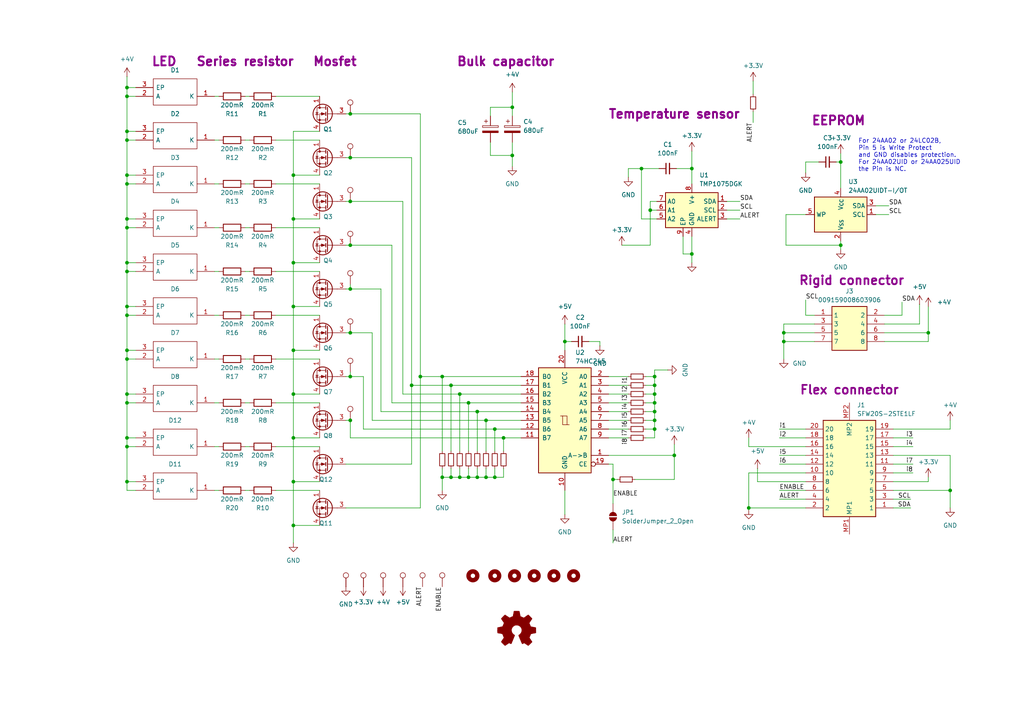
<source format=kicad_sch>
(kicad_sch (version 20231120) (generator "eeschema") (generator_version "8.0")
  (paper "A4")
  (title_block (title "besteLampe! LED Module E") (date "2024-09-15") (rev "2.0") (comment 1 "See  https://lenaschimmel.de/besteLampe! for the source and more information") (comment 2 "This source describes Open Hardware and is licensed under the CERN-OHL-S v2.") (comment 3 "Copyright 2024 Lena Schimmel <mail@lenaschimmel.de>"))
  (junction (at 243.84 71.12))
  (junction (at 189.865 116.84))
  (junction (at 36.83 91.44))
  (junction (at 177.8 139.065))
  (junction (at 128.27 138.43))
  (junction (at 36.83 50.8))
  (junction (at 128.27 109.22))
  (junction (at 36.83 88.9))
  (junction (at 101.6 83.82))
  (junction (at 133.35 114.3))
  (junction (at 148.59 45.085))
  (junction (at 36.83 101.6))
  (junction (at 36.83 129.54))
  (junction (at 275.59 142.24))
  (junction (at 135.89 138.43))
  (junction (at 119.38 111.76))
  (junction (at 189.865 124.46))
  (junction (at 36.83 66.04))
  (junction (at 140.97 121.92))
  (junction (at 101.6 96.52))
  (junction (at 36.83 127))
  (junction (at 269.24 96.52))
  (junction (at 36.83 25.4))
  (junction (at 36.83 40.64))
  (junction (at 227.33 96.52))
  (junction (at 189.865 121.92))
  (junction (at 138.43 119.38))
  (junction (at 217.17 147.32))
  (junction (at 36.83 78.74))
  (junction (at 188.595 60.96))
  (junction (at 101.6 58.42))
  (junction (at 243.84 46.99))
  (junction (at 85.09 76.2))
  (junction (at 36.83 63.5))
  (junction (at 101.6 71.12))
  (junction (at 163.83 99.06))
  (junction (at 189.865 111.76))
  (junction (at 36.83 38.1))
  (junction (at 146.05 127))
  (junction (at 36.83 76.2))
  (junction (at 143.51 138.43))
  (junction (at 133.35 138.43))
  (junction (at 140.97 138.43))
  (junction (at 85.09 88.9))
  (junction (at 101.6 109.22))
  (junction (at 135.89 116.84))
  (junction (at 101.6 121.92))
  (junction (at 130.81 138.43))
  (junction (at 85.09 114.3))
  (junction (at 85.09 152.4))
  (junction (at 130.81 111.76))
  (junction (at 101.6 45.72))
  (junction (at 195.58 132.08))
  (junction (at 138.43 138.43))
  (junction (at 148.59 31.115))
  (junction (at 36.83 27.94))
  (junction (at 186.055 48.895))
  (junction (at 189.865 109.22))
  (junction (at 143.51 124.46))
  (junction (at 227.33 99.06))
  (junction (at 36.83 53.34))
  (junction (at 189.865 119.38))
  (junction (at 85.09 139.7))
  (junction (at 36.83 114.3))
  (junction (at 85.09 50.8))
  (junction (at 101.6 33.02))
  (junction (at 36.83 139.7))
  (junction (at 85.09 63.5))
  (junction (at 36.83 104.14))
  (junction (at 36.83 116.84))
  (junction (at 200.66 73.66))
  (junction (at 85.09 127))
  (junction (at 85.09 101.6))
  (junction (at 200.66 48.895))
  (junction (at 121.92 109.22))
  (junction (at 189.865 114.3))
  (wire (pts (xy 226.06 132.08) (xy 233.68 132.08)))
  (wire (pts (xy 151.13 116.84) (xy 135.89 116.84)))
  (wire (pts (xy 119.38 111.76) (xy 119.38 134.62)))
  (wire (pts (xy 92.71 63.5) (xy 85.09 63.5)))
  (wire (pts (xy 133.35 114.3) (xy 116.84 114.3)))
  (wire (pts (xy 135.89 135.89) (xy 135.89 138.43)))
  (wire (pts (xy 39.37 63.5) (xy 36.83 63.5)))
  (wire (pts (xy 36.83 40.64) (xy 39.37 40.64)))
  (wire (pts (xy 85.09 76.2) (xy 85.09 88.9)))
  (wire (pts (xy 36.83 116.84) (xy 39.37 116.84)))
  (wire (pts (xy 128.27 135.89) (xy 128.27 138.43)))
  (wire (pts (xy 184.15 139.065) (xy 195.58 139.065)))
  (wire (pts (xy 36.83 76.2) (xy 36.83 78.74)))
  (wire (pts (xy 36.83 116.84) (xy 36.83 127)))
  (wire (pts (xy 259.08 124.46) (xy 275.59 124.46)))
  (wire (pts (xy 148.59 45.085) (xy 148.59 48.26)))
  (wire (pts (xy 233.68 137.16) (xy 217.17 137.16)))
  (wire (pts (xy 133.35 130.81) (xy 133.35 114.3)))
  (wire (pts (xy 36.83 66.04) (xy 39.37 66.04)))
  (wire (pts (xy 85.09 63.5) (xy 85.09 76.2)))
  (wire (pts (xy 151.13 111.76) (xy 130.81 111.76)))
  (wire (pts (xy 101.6 107.95) (xy 101.6 109.22)))
  (wire (pts (xy 187.325 119.38) (xy 189.865 119.38)))
  (wire (pts (xy 62.23 40.64) (xy 63.5 40.64)))
  (wire (pts (xy 217.17 129.54) (xy 217.17 127)))
  (wire (pts (xy 142.24 41.275) (xy 142.24 45.085)))
  (wire (pts (xy 148.59 41.275) (xy 148.59 45.085)))
  (wire (pts (xy 80.01 104.14) (xy 92.71 104.14)))
  (wire (pts (xy 63.5 91.44) (xy 62.23 91.44)))
  (wire (pts (xy 189.865 121.92) (xy 189.865 124.46)))
  (wire (pts (xy 148.59 31.115) (xy 148.59 33.655)))
  (wire (pts (xy 186.055 48.895) (xy 182.245 48.895)))
  (wire (pts (xy 176.53 134.62) (xy 177.8 134.62)))
  (wire (pts (xy 259.08 132.08) (xy 275.59 132.08)))
  (wire (pts (xy 62.23 27.94) (xy 63.5 27.94)))
  (wire (pts (xy 113.665 71.12) (xy 113.665 116.84)))
  (wire (pts (xy 121.92 33.02) (xy 121.92 109.22)))
  (wire (pts (xy 198.12 73.66) (xy 200.66 73.66)))
  (wire (pts (xy 243.84 69.85) (xy 243.84 71.12)))
  (wire (pts (xy 138.43 119.38) (xy 151.13 119.38)))
  (wire (pts (xy 189.865 111.76) (xy 189.865 114.3)))
  (wire (pts (xy 39.37 25.4) (xy 36.83 25.4)))
  (wire (pts (xy 119.38 111.76) (xy 130.81 111.76)))
  (wire (pts (xy 226.06 124.46) (xy 233.68 124.46)))
  (wire (pts (xy 36.83 88.9) (xy 39.37 88.9)))
  (wire (pts (xy 256.54 99.06) (xy 269.24 99.06)))
  (wire (pts (xy 189.865 116.84) (xy 189.865 119.38)))
  (wire (pts (xy 233.68 129.54) (xy 217.17 129.54)))
  (wire (pts (xy 71.12 40.64) (xy 72.39 40.64)))
  (wire (pts (xy 39.37 139.7) (xy 36.83 139.7)))
  (wire (pts (xy 217.17 137.16) (xy 217.17 147.32)))
  (wire (pts (xy 176.53 114.3) (xy 182.245 114.3)))
  (wire (pts (xy 85.09 114.3) (xy 92.71 114.3)))
  (wire (pts (xy 140.97 135.89) (xy 140.97 138.43)))
  (wire (pts (xy 71.12 129.54) (xy 72.39 129.54)))
  (wire (pts (xy 116.84 58.42) (xy 116.84 114.3)))
  (wire (pts (xy 195.58 132.08) (xy 195.58 139.065)))
  (wire (pts (xy 187.325 109.22) (xy 189.865 109.22)))
  (wire (pts (xy 177.8 139.065) (xy 179.07 139.065)))
  (wire (pts (xy 39.37 38.1) (xy 36.83 38.1)))
  (wire (pts (xy 254 59.69) (xy 257.81 59.69)))
  (wire (pts (xy 210.82 60.96) (xy 214.63 60.96)))
  (wire (pts (xy 101.6 33.02) (xy 121.92 33.02)))
  (wire (pts (xy 80.01 142.24) (xy 92.71 142.24)))
  (wire (pts (xy 200.66 73.66) (xy 200.66 76.2)))
  (wire (pts (xy 36.83 50.8) (xy 36.83 53.34)))
  (wire (pts (xy 226.06 144.78) (xy 233.68 144.78)))
  (wire (pts (xy 71.12 53.34) (xy 72.39 53.34)))
  (wire (pts (xy 92.71 38.1) (xy 85.09 38.1)))
  (wire (pts (xy 100.33 109.22) (xy 101.6 109.22)))
  (wire (pts (xy 176.53 119.38) (xy 182.245 119.38)))
  (wire (pts (xy 101.6 127) (xy 146.05 127)))
  (wire (pts (xy 80.01 129.54) (xy 92.71 129.54)))
  (wire (pts (xy 80.01 91.44) (xy 92.71 91.44)))
  (wire (pts (xy 259.08 127) (xy 264.795 127)))
  (wire (pts (xy 36.83 76.2) (xy 39.37 76.2)))
  (wire (pts (xy 80.01 78.74) (xy 92.71 78.74)))
  (wire (pts (xy 242.57 46.99) (xy 243.84 46.99)))
  (wire (pts (xy 100.33 96.52) (xy 101.6 96.52)))
  (wire (pts (xy 186.055 63.5) (xy 186.055 48.895)))
  (wire (pts (xy 80.01 116.84) (xy 92.71 116.84)))
  (wire (pts (xy 100.33 71.12) (xy 101.6 71.12)))
  (wire (pts (xy 101.6 45.72) (xy 119.38 45.72)))
  (wire (pts (xy 36.83 27.94) (xy 39.37 27.94)))
  (wire (pts (xy 142.24 45.085) (xy 148.59 45.085)))
  (wire (pts (xy 36.83 88.9) (xy 36.83 91.44)))
  (wire (pts (xy 163.83 93.98) (xy 163.83 99.06)))
  (wire (pts (xy 233.68 50.165) (xy 233.68 46.99)))
  (wire (pts (xy 227.965 71.12) (xy 243.84 71.12)))
  (wire (pts (xy 36.83 27.94) (xy 36.83 38.1)))
  (wire (pts (xy 187.325 124.46) (xy 189.865 124.46)))
  (wire (pts (xy 259.08 134.62) (xy 264.795 134.62)))
  (wire (pts (xy 121.92 109.22) (xy 128.27 109.22)))
  (wire (pts (xy 135.89 116.84) (xy 135.89 130.81)))
  (wire (pts (xy 219.71 135.89) (xy 219.71 139.7)))
  (wire (pts (xy 138.43 135.89) (xy 138.43 138.43)))
  (wire (pts (xy 217.17 147.955) (xy 217.17 147.32)))
  (wire (pts (xy 135.89 138.43) (xy 138.43 138.43)))
  (wire (pts (xy 218.44 32.385) (xy 218.44 35.56)))
  (wire (pts (xy 227.33 99.06) (xy 227.33 104.14)))
  (wire (pts (xy 275.59 121.92) (xy 275.59 124.46)))
  (wire (pts (xy 269.24 139.7) (xy 259.08 139.7)))
  (wire (pts (xy 36.83 104.14) (xy 36.83 114.3)))
  (wire (pts (xy 101.6 96.52) (xy 107.95 96.52)))
  (wire (pts (xy 130.81 138.43) (xy 133.35 138.43)))
  (wire (pts (xy 71.12 66.04) (xy 72.39 66.04)))
  (wire (pts (xy 135.89 116.84) (xy 113.665 116.84)))
  (wire (pts (xy 226.06 134.62) (xy 233.68 134.62)))
  (wire (pts (xy 36.83 22.225) (xy 36.83 25.4)))
  (wire (pts (xy 128.27 109.22) (xy 151.13 109.22)))
  (wire (pts (xy 256.54 96.52) (xy 269.24 96.52)))
  (wire (pts (xy 121.92 109.22) (xy 121.92 147.32)))
  (wire (pts (xy 36.83 91.44) (xy 39.37 91.44)))
  (wire (pts (xy 227.965 62.23) (xy 227.965 71.12)))
  (wire (pts (xy 187.325 114.3) (xy 189.865 114.3)))
  (wire (pts (xy 218.44 23.495) (xy 218.44 27.305)))
  (wire (pts (xy 36.83 127) (xy 39.37 127)))
  (wire (pts (xy 85.09 88.9) (xy 85.09 101.6)))
  (wire (pts (xy 85.09 114.3) (xy 85.09 127)))
  (wire (pts (xy 269.24 88.9) (xy 269.24 96.52)))
  (wire (pts (xy 36.83 101.6) (xy 36.83 104.14)))
  (wire (pts (xy 85.09 127) (xy 85.09 139.7)))
  (wire (pts (xy 36.83 114.3) (xy 36.83 116.84)))
  (wire (pts (xy 101.6 58.42) (xy 116.84 58.42)))
  (wire (pts (xy 269.24 138.43) (xy 269.24 139.7)))
  (wire (pts (xy 233.68 46.99) (xy 237.49 46.99)))
  (wire (pts (xy 188.595 60.96) (xy 190.5 60.96)))
  (wire (pts (xy 85.09 139.7) (xy 92.71 139.7)))
  (wire (pts (xy 259.08 144.78) (xy 264.16 144.78)))
  (wire (pts (xy 133.35 135.89) (xy 133.35 138.43)))
  (wire (pts (xy 195.58 128.905) (xy 195.58 132.08)))
  (wire (pts (xy 189.865 109.22) (xy 189.865 111.76)))
  (wire (pts (xy 189.865 107.315) (xy 193.675 107.315)))
  (wire (pts (xy 71.12 78.74) (xy 72.39 78.74)))
  (wire (pts (xy 36.83 127) (xy 36.83 129.54)))
  (wire (pts (xy 259.08 129.54) (xy 264.795 129.54)))
  (wire (pts (xy 92.71 101.6) (xy 85.09 101.6)))
  (wire (pts (xy 190.5 63.5) (xy 186.055 63.5)))
  (wire (pts (xy 176.53 124.46) (xy 182.245 124.46)))
  (wire (pts (xy 39.37 142.24) (xy 36.83 142.24)))
  (wire (pts (xy 140.97 121.92) (xy 140.97 130.81)))
  (wire (pts (xy 101.6 121.92) (xy 100.33 121.92)))
  (wire (pts (xy 163.83 99.06) (xy 163.83 101.6)))
  (wire (pts (xy 71.12 91.44) (xy 72.39 91.44)))
  (wire (pts (xy 189.865 114.3) (xy 189.865 116.84)))
  (wire (pts (xy 189.865 124.46) (xy 189.865 127)))
  (wire (pts (xy 92.71 76.2) (xy 85.09 76.2)))
  (wire (pts (xy 176.53 132.08) (xy 195.58 132.08)))
  (wire (pts (xy 85.09 101.6) (xy 85.09 114.3)))
  (wire (pts (xy 71.12 142.24) (xy 72.39 142.24)))
  (wire (pts (xy 219.71 139.7) (xy 233.68 139.7)))
  (wire (pts (xy 62.23 116.84) (xy 63.5 116.84)))
  (wire (pts (xy 85.09 152.4) (xy 92.71 152.4)))
  (wire (pts (xy 187.325 116.84) (xy 189.865 116.84)))
  (wire (pts (xy 36.83 25.4) (xy 36.83 27.94)))
  (wire (pts (xy 39.37 50.8) (xy 36.83 50.8)))
  (wire (pts (xy 259.08 142.24) (xy 275.59 142.24)))
  (wire (pts (xy 101.6 45.72) (xy 100.33 45.72)))
  (wire (pts (xy 243.84 71.12) (xy 243.84 72.39)))
  (wire (pts (xy 62.23 53.34) (xy 63.5 53.34)))
  (wire (pts (xy 142.24 31.115) (xy 148.59 31.115)))
  (wire (pts (xy 110.49 119.38) (xy 110.49 83.82)))
  (wire (pts (xy 85.09 50.8) (xy 85.09 63.5)))
  (wire (pts (xy 36.83 63.5) (xy 36.83 66.04)))
  (wire (pts (xy 200.66 43.815) (xy 200.66 48.895)))
  (wire (pts (xy 243.84 46.99) (xy 243.84 54.61)))
  (wire (pts (xy 143.51 135.89) (xy 143.51 138.43)))
  (wire (pts (xy 63.5 142.24) (xy 62.23 142.24)))
  (wire (pts (xy 146.05 127) (xy 151.13 127)))
  (wire (pts (xy 80.01 40.64) (xy 92.71 40.64)))
  (wire (pts (xy 266.7 93.98) (xy 256.54 93.98)))
  (wire (pts (xy 101.6 83.82) (xy 110.49 83.82)))
  (wire (pts (xy 143.51 138.43) (xy 146.05 138.43)))
  (wire (pts (xy 36.83 129.54) (xy 39.37 129.54)))
  (wire (pts (xy 36.83 78.74) (xy 39.37 78.74)))
  (wire (pts (xy 146.05 135.89) (xy 146.05 138.43)))
  (wire (pts (xy 140.97 121.92) (xy 151.13 121.92)))
  (wire (pts (xy 133.35 138.43) (xy 135.89 138.43)))
  (wire (pts (xy 101.6 121.92) (xy 101.6 127)))
  (wire (pts (xy 92.71 127) (xy 85.09 127)))
  (wire (pts (xy 36.83 91.44) (xy 36.83 101.6)))
  (wire (pts (xy 176.53 111.76) (xy 182.245 111.76)))
  (wire (pts (xy 62.23 104.14) (xy 63.5 104.14)))
  (wire (pts (xy 36.83 66.04) (xy 36.83 76.2)))
  (wire (pts (xy 138.43 119.38) (xy 138.43 130.81)))
  (wire (pts (xy 101.6 82.55) (xy 101.6 83.82)))
  (wire (pts (xy 148.59 26.67) (xy 148.59 31.115)))
  (wire (pts (xy 105.41 124.46) (xy 105.41 109.22)))
  (wire (pts (xy 177.8 153.67) (xy 177.8 157.48)))
  (wire (pts (xy 119.38 134.62) (xy 100.33 134.62)))
  (wire (pts (xy 176.53 127) (xy 182.245 127)))
  (wire (pts (xy 36.83 78.74) (xy 36.83 88.9)))
  (wire (pts (xy 36.83 40.64) (xy 36.83 50.8)))
  (wire (pts (xy 72.39 104.14) (xy 71.12 104.14)))
  (wire (pts (xy 233.68 91.44) (xy 236.22 91.44)))
  (wire (pts (xy 236.22 96.52) (xy 227.33 96.52)))
  (wire (pts (xy 36.83 53.34) (xy 39.37 53.34)))
  (wire (pts (xy 163.83 142.24) (xy 163.83 149.225)))
  (wire (pts (xy 36.83 38.1) (xy 36.83 40.64)))
  (wire (pts (xy 187.325 127) (xy 189.865 127)))
  (wire (pts (xy 100.33 83.82) (xy 101.6 83.82)))
  (wire (pts (xy 80.01 53.34) (xy 92.71 53.34)))
  (wire (pts (xy 176.53 121.92) (xy 182.245 121.92)))
  (wire (pts (xy 170.815 99.06) (xy 173.99 99.06)))
  (wire (pts (xy 62.23 129.54) (xy 63.5 129.54)))
  (wire (pts (xy 163.83 99.06) (xy 165.735 99.06)))
  (wire (pts (xy 128.27 138.43) (xy 128.27 142.24)))
  (wire (pts (xy 128.27 138.43) (xy 130.81 138.43)))
  (wire (pts (xy 140.97 138.43) (xy 143.51 138.43)))
  (wire (pts (xy 188.595 60.96) (xy 188.595 71.12)))
  (wire (pts (xy 227.965 62.23) (xy 233.68 62.23)))
  (wire (pts (xy 259.08 147.32) (xy 264.16 147.32)))
  (wire (pts (xy 275.59 132.08) (xy 275.59 142.24)))
  (wire (pts (xy 177.8 134.62) (xy 177.8 139.065)))
  (wire (pts (xy 138.43 119.38) (xy 110.49 119.38)))
  (wire (pts (xy 188.595 58.42) (xy 188.595 60.96)))
  (wire (pts (xy 269.24 96.52) (xy 269.24 99.06)))
  (wire (pts (xy 236.22 93.98) (xy 227.33 93.98)))
  (wire (pts (xy 105.41 124.46) (xy 143.51 124.46)))
  (wire (pts (xy 227.33 93.98) (xy 227.33 96.52)))
  (wire (pts (xy 85.09 152.4) (xy 85.09 157.48)))
  (wire (pts (xy 182.245 48.895) (xy 182.245 51.435)))
  (wire (pts (xy 92.71 50.8) (xy 85.09 50.8)))
  (wire (pts (xy 143.51 124.46) (xy 151.13 124.46)))
  (wire (pts (xy 36.83 104.14) (xy 39.37 104.14)))
  (wire (pts (xy 119.38 45.72) (xy 119.38 111.76)))
  (wire (pts (xy 151.13 114.3) (xy 133.35 114.3)))
  (wire (pts (xy 200.66 48.895) (xy 200.66 53.34)))
  (wire (pts (xy 107.95 96.52) (xy 107.95 121.92)))
  (wire (pts (xy 71.12 27.94) (xy 72.39 27.94)))
  (wire (pts (xy 227.33 96.52) (xy 227.33 99.06)))
  (wire (pts (xy 36.83 53.34) (xy 36.83 63.5)))
  (wire (pts (xy 210.82 58.42) (xy 214.63 58.42)))
  (wire (pts (xy 189.865 109.22) (xy 189.865 107.315)))
  (wire (pts (xy 187.325 121.92) (xy 189.865 121.92)))
  (wire (pts (xy 196.215 48.895) (xy 200.66 48.895)))
  (wire (pts (xy 130.81 135.89) (xy 130.81 138.43)))
  (wire (pts (xy 80.01 66.04) (xy 92.71 66.04)))
  (wire (pts (xy 71.12 116.84) (xy 72.39 116.84)))
  (wire (pts (xy 176.53 109.22) (xy 182.245 109.22)))
  (wire (pts (xy 176.53 116.84) (xy 182.245 116.84)))
  (wire (pts (xy 254 62.23) (xy 257.81 62.23)))
  (wire (pts (xy 261.62 91.44) (xy 261.62 87.63)))
  (wire (pts (xy 256.54 91.44) (xy 261.62 91.44)))
  (wire (pts (xy 62.23 66.04) (xy 63.5 66.04)))
  (wire (pts (xy 85.09 38.1) (xy 85.09 50.8)))
  (wire (pts (xy 138.43 138.43) (xy 140.97 138.43)))
  (wire (pts (xy 187.325 111.76) (xy 189.865 111.76)))
  (wire (pts (xy 180.34 71.12) (xy 188.595 71.12)))
  (wire (pts (xy 198.12 68.58) (xy 198.12 73.66)))
  (wire (pts (xy 226.06 127) (xy 233.68 127)))
  (wire (pts (xy 226.06 142.24) (xy 233.68 142.24)))
  (wire (pts (xy 80.01 27.94) (xy 92.71 27.94)))
  (wire (pts (xy 233.68 86.995) (xy 233.68 91.44)))
  (wire (pts (xy 36.83 129.54) (xy 36.83 139.7)))
  (wire (pts (xy 92.71 88.9) (xy 85.09 88.9)))
  (wire (pts (xy 142.24 33.655) (xy 142.24 31.115)))
  (wire (pts (xy 190.5 58.42) (xy 188.595 58.42)))
  (wire (pts (xy 191.135 48.895) (xy 186.055 48.895)))
  (wire (pts (xy 85.09 139.7) (xy 85.09 152.4)))
  (wire (pts (xy 128.27 109.22) (xy 128.27 130.81)))
  (wire (pts (xy 217.17 147.32) (xy 233.68 147.32)))
  (wire (pts (xy 121.92 147.32) (xy 100.33 147.32)))
  (wire (pts (xy 266.7 88.265) (xy 266.7 93.98)))
  (wire (pts (xy 100.33 58.42) (xy 101.6 58.42)))
  (wire (pts (xy 173.99 100.33) (xy 173.99 99.06)))
  (wire (pts (xy 39.37 114.3) (xy 36.83 114.3)))
  (wire (pts (xy 243.84 44.45) (xy 243.84 46.99)))
  (wire (pts (xy 36.83 142.24) (xy 36.83 139.7)))
  (wire (pts (xy 189.865 119.38) (xy 189.865 121.92)))
  (wire (pts (xy 101.6 71.12) (xy 113.665 71.12)))
  (wire (pts (xy 236.22 99.06) (xy 227.33 99.06)))
  (wire (pts (xy 143.51 124.46) (xy 143.51 130.81)))
  (wire (pts (xy 259.08 137.16) (xy 264.795 137.16)))
  (wire (pts (xy 130.81 111.76) (xy 130.81 130.81)))
  (wire (pts (xy 36.83 101.6) (xy 39.37 101.6)))
  (wire (pts (xy 177.8 139.065) (xy 177.8 146.05)))
  (wire (pts (xy 146.05 127) (xy 146.05 130.81)))
  (wire (pts (xy 107.95 121.92) (xy 140.97 121.92)))
  (wire (pts (xy 200.66 68.58) (xy 200.66 73.66)))
  (wire (pts (xy 210.82 63.5) (xy 214.63 63.5)))
  (wire (pts (xy 105.41 109.22) (xy 101.6 109.22)))
  (wire (pts (xy 275.59 147.32) (xy 275.59 142.24)))
  (wire (pts (xy 63.5 78.74) (xy 62.23 78.74)))
  (wire (pts (xy 100.33 33.02) (xy 101.6 33.02)))
  (text "For 24AA02 or 24LC02B, \nPin 5 is Write Protect \nand GND disables protection.\nFor 24AA02UID or 24AA025UID \nthe Pin is NC." (at 248.92 45.085 0) (effects (font (size 1.27 1.27)) (justify left)))
  (label "i6" (at 182.245 121.92 270))
  (label "ALERT" (at 177.8 157.48 0))
  (label "SCL" (at 257.81 62.23 0))
  (label "SDA" (at 257.81 59.69 0))
  (label "i5" (at 226.06 132.08 0))
  (label "SDA" (at 214.63 58.42 0))
  (label "i5" (at 182.2422 119.38 270))
  (label "i6" (at 226.06 134.62 0))
  (label "i4" (at 182.245 116.84 270))
  (label "i8" (at 264.795 137.16 180))
  (label "i3" (at 264.795 127 180))
  (label "i2" (at 226.06 127 0))
  (label "i1" (at 226.06 124.46 0))
  (label "i3" (at 182.2401 114.3 270))
  (label "i7" (at 264.795 134.62 180))
  (label "SCL" (at 233.68 86.995 0))
  (label "ALERT" (at 218.44 35.56 270))
  (label "ENABLE" (at 128.27 170.18 270))
  (label "i8" (at 182.245 127 270))
  (label "SCL" (at 214.63 60.96 0))
  (label "ALERT" (at 214.63 63.5 0))
  (label "ENABLE" (at 177.8 144.145 0))
  (label "SDA" (at 261.62 87.63 0))
  (label "i1" (at 182.245 109.22 270))
  (label "ALERT" (at 122.555 170.18 270))
  (label "ALERT" (at 226.06 144.78 0))
  (label "SCL" (at 264.16 144.78 180))
  (label "i4" (at 264.795 129.54 180))
  (label "i2" (at 182.245 111.76 270))
  (label "ENABLE" (at 226.06 142.24 0))
  (label "SDA" (at 264.16 147.32 180))
  (label "i7" (at 182.2274 124.46 270))
  (symbol (lib_id "Device:R") (at 67.31 116.84 90) (unit 1)
    (property "Reference" "R18" (at 67.31 121.92 90))
    (property "Value" "200mR" (at 67.31 119.38 90))
    (property "Footprint" "Resistor_SMD:R_1020_2550Metric" (effects (hide yes)))
    (property "Description" "Resistor" (effects (hide yes)))
    (property "In Stock" "?" (effects (hide yes)))
    (property "Manufacturer_Part_Number" "RCWE1020R200FKEA" (effects (hide yes)))
    (property "Purpose" "Series resistor" (effects (hide yes)))
    (property "LCSC Part #" "C4000899" (effects (hide yes)))
    (property "Note" "I calculated 220mR but 200mR is much cheaper" (effects (hide yes)))
  )
  (symbol (lib_id "power:+3.3V") (at 218.44 23.495 0) (unit 1)
    (property "Reference" "#PWR033" (effects (hide yes)))
    (property "Value" "+3.3V" (at 218.44 19.05 0))
    (property "Description" "Power symbol creates a global label with name \"+3.3V\"" (effects (hide yes)))
  )
  (symbol (lib_id "power:GND") (at 217.17 147.955 0) (unit 1)
    (property "Reference" "#PWR019" (effects (hide yes)))
    (property "Value" "GND" (at 217.17 153.035 0))
    (property "Description" "Power symbol creates a global label with name \"GND\" , ground" (effects (hide yes)))
  )
  (symbol (lib_id "Sensor_Temperature:TMP1075DSG") (at 200.66 60.96 0) (unit 1)
    (property "Reference" "U1" (at 202.8541 50.8 0) (effects (justify left)))
    (property "Value" "TMP1075DGK" (at 202.8541 53.34 0) (effects (justify left)))
    (property "Footprint" "Package_SO:VSSOP-8_3.0x3.0mm_P0.65mm" (effects (hide yes)))
    (property "Datasheet" "https://www.ti.com/lit/gpn/tmp1075" (effects (hide yes)))
    (property "Description" "I2C-bus digital temperature sensor and thermal watchdog, WSON-8" (effects (hide yes)))
    (property "In Stock" "5" (effects (hide yes)))
    (property "Manufacturer_Part_Number" "TMP1075DGKR" (effects (hide yes)))
    (property "LCSC Part #" "C2864807" (effects (hide yes)))
    (property "Purpose" "Temperature sensor" (at 195.58 33.02 0) (effects (font (size 2.54 2.54) (bold yes))))
  )
  (symbol (lib_id "power:+3.3V") (at 269.24 138.43 0) (unit 1)
    (property "Reference" "#PWR021" (effects (hide yes)))
    (property "Value" "+3.3V" (at 269.24 133.985 0))
    (property "Description" "Power symbol creates a global label with name \"+3.3V\"" (effects (hide yes)))
  )
  (symbol (lib_id "power:GND") (at 128.27 142.24 0) (mirror y) (unit 1)
    (property "Reference" "#PWR018" (effects (hide yes)))
    (property "Value" "GND" (at 128.27 147.32 0))
    (property "Description" "Power symbol creates a global label with name \"GND\" , ground" (effects (hide yes)))
  )
  (symbol (lib_id "Memory_EEPROM:24AA02-OT") (at 243.84 62.23 0) (unit 1)
    (property "Reference" "U3" (at 246.0341 52.705 0) (effects (justify left)))
    (property "Value" "24AA02UIDT-I/OT" (at 246.0341 55.245 0) (effects (justify left)))
    (property "Footprint" "Package_TO_SOT_SMD:SOT-23-5" (effects (hide yes)))
    (property "Description" "I2C Serial EEPROM, 2Kb, SOT-23" (effects (hide yes)))
    (property "In Stock" "18" (effects (hide yes)))
    (property "Manufacturer_Part_Number" "24AA02UIDT-I/OT" (effects (hide yes)))
    (property "LCSC Part #" "C511274" (effects (hide yes)))
    (property "Purpose" "EEPROM" (at 243.205 34.925 0) (effects (font (size 2.54 2.54) (bold yes))))
  )
  (symbol (lib_id "Mechanical:MountingHole") (at 154.94 167.005 0) (unit 1) (exclude_from_sim yes) (in_bom no)
    (property "Reference" "H5" (effects (hide yes)))
    (property "Value" "MountingHole" (effects (hide yes)))
    (property "Footprint" "MountingHole:MountingHole_3.2mm_M3" (effects (hide yes)))
    (property "Description" "Mounting Hole without connection" (effects (hide yes)))
  )
  (symbol (lib_id "power:+4V") (at 36.83 22.225 0) (unit 1)
    (property "Reference" "#PWR025" (effects (hide yes)))
    (property "Value" "+4V" (at 36.83 17.145 0))
    (property "Description" "Power symbol creates a global label with name \"+4V\"" (effects (hide yes)))
  )
  (symbol (lib_id "Device:R") (at 76.2 116.84 90) (unit 1)
    (property "Reference" "R8" (at 76.2 121.92 90))
    (property "Value" "200mR" (at 76.2 119.38 90))
    (property "Footprint" "Resistor_SMD:R_1020_2550Metric" (effects (hide yes)))
    (property "Description" "Resistor" (effects (hide yes)))
    (property "In Stock" "?" (effects (hide yes)))
    (property "Manufacturer_Part_Number" "RCWE1020R200FKEA" (effects (hide yes)))
    (property "Purpose" "Series resistor" (effects (hide yes)))
    (property "LCSC Part #" "C4000899" (effects (hide yes)))
    (property "Note" "I calculated 220mR but 200mR is much cheaper" (effects (hide yes)))
  )
  (symbol (lib_id "Connector:TestPoint") (at 101.6 45.72 0) (unit 1)
    (property "Reference" "TP8" (effects (hide yes)))
    (property "Value" "TestPoint" (effects (hide yes)))
    (property "Footprint" "TestPoint:TestPoint_Pad_D1.0mm" (effects (hide yes)))
    (property "Description" "test point" (effects (hide yes)))
  )
  (symbol (lib_id "Mechanical:MountingHole") (at 149.225 167.005 0) (unit 1) (exclude_from_sim yes) (in_bom no)
    (property "Reference" "H4" (effects (hide yes)))
    (property "Value" "MountingHole" (effects (hide yes)))
    (property "Footprint" "MountingHole:MountingHole_3.2mm_M3" (effects (hide yes)))
    (property "Description" "Mounting Hole without connection" (effects (hide yes)))
  )
  (symbol (lib_id "Device:R") (at 76.2 142.24 90) (unit 1)
    (property "Reference" "R10" (at 76.2 147.32 90))
    (property "Value" "200mR" (at 76.2 144.78 90))
    (property "Footprint" "Resistor_SMD:R_1020_2550Metric" (effects (hide yes)))
    (property "Description" "Resistor" (effects (hide yes)))
    (property "In Stock" "?" (effects (hide yes)))
    (property "Manufacturer_Part_Number" "RCWE1020R200FKEA" (effects (hide yes)))
    (property "Purpose" "Series resistor" (effects (hide yes)))
    (property "LCSC Part #" "C4000899" (effects (hide yes)))
    (property "Note" "I calculated 220mR but 200mR is much cheaper" (effects (hide yes)))
  )
  (symbol (lib_id "power:+5V") (at 219.71 135.89 0) (unit 1)
    (property "Reference" "#PWR022" (effects (hide yes)))
    (property "Value" "+5V" (at 219.71 130.81 0))
    (property "Description" "Power symbol creates a global label with name \"+5V\"" (effects (hide yes)))
  )
  (symbol (lib_id "Device:R_Small") (at 181.61 139.065 90) (unit 1)
    (property "Reference" "R41" (effects (hide yes)))
    (property "Value" "2740R" (effects (hide yes)))
    (property "Footprint" "Resistor_SMD:R_0603_1608Metric" (effects (hide yes)))
    (property "Description" "Resistor, small symbol" (effects (hide yes)))
    (property "In Stock" "0" (effects (hide yes)))
    (property "Manufacturer_Part_Number" "0603WAF2701T5E" (effects (hide yes)))
    (property "LCSC Part #" "C13167" (effects (hide yes)))
    (property "Purpose" "Pullup" (effects (hide yes)))
  )
  (symbol (lib_id "power:GND") (at 233.68 50.165 0) (unit 1)
    (property "Reference" "#PWR011" (effects (hide yes)))
    (property "Value" "GND" (at 233.68 55.245 0))
    (property "Description" "Power symbol creates a global label with name \"GND\" , ground" (effects (hide yes)))
  )
  (symbol (lib_id "power:GND") (at 163.83 149.225 0) (mirror y) (unit 1)
    (property "Reference" "#PWR012" (effects (hide yes)))
    (property "Value" "GND" (at 163.83 154.305 0))
    (property "Description" "Power symbol creates a global label with name \"GND\" , ground" (effects (hide yes)))
  )
  (symbol (lib_id "power:+5V") (at 116.84 170.18 180) (unit 1)
    (property "Reference" "#PWR031" (effects (hide yes)))
    (property "Value" "+5V" (at 116.84 174.625 0))
    (property "Description" "Power symbol creates a global label with name \"+5V\"" (effects (hide yes)))
  )
  (symbol (lib_id "Device:R_Small") (at 133.35 133.35 0) (unit 1)
    (property "Reference" "R33" (effects (hide yes)))
    (property "Value" "4700R" (effects (hide yes)))
    (property "Footprint" "Resistor_SMD:R_0402_1005Metric" (effects (hide yes)))
    (property "Description" "Resistor, small symbol" (effects (hide yes)))
    (property "In Stock" "0" (effects (hide yes)))
    (property "Purpose" "Pullup" (effects (hide yes)))
  )
  (symbol (lib_id "Transistor_FET:Si3456DDV") (at 95.25 71.12 0) (mirror y) (unit 1)
    (property "Reference" "Q4" (at 96.52 75.565 0) (effects (justify left)))
    (property "Value" "Si3456DDV" (effects (hide yes)))
    (property "Footprint" "Package_SO:TSOP-6_1.65x3.05mm_P0.95mm" (effects (hide yes)))
    (property "Datasheet" "https://www.vishay.com/docs/69075/si3456ddv.pdf" (effects (hide yes)))
    (property "Description" "30V Vds, 6.3A Id, N-Channel MOSFET, TSOP-6" (effects (hide yes)))
    (property "In Stock" "79" (effects (hide yes)))
    (property "Manufacturer_Part_Number" "SI3456DDV-T1-GE3" (effects (hide yes)))
    (property "LCSC Part #" "C145273" (effects (hide yes)))
    (property "Purpose" "Mosfet" (effects (hide yes)))
  )
  (symbol (lib_id "Transistor_FET:Si3456DDV") (at 95.25 134.62 0) (mirror y) (unit 1)
    (property "Reference" "Q12" (at 96.52 139.065 0) (effects (justify left)))
    (property "Value" "Si3456DDV" (effects (hide yes)))
    (property "Footprint" "Package_SO:TSOP-6_1.65x3.05mm_P0.95mm" (effects (hide yes)))
    (property "Datasheet" "https://www.vishay.com/docs/69075/si3456ddv.pdf" (effects (hide yes)))
    (property "Description" "30V Vds, 6.3A Id, N-Channel MOSFET, TSOP-6" (effects (hide yes)))
    (property "In Stock" "79" (effects (hide yes)))
    (property "Manufacturer_Part_Number" "SI3456DDV-T1-GE3" (effects (hide yes)))
    (property "LCSC Part #" "C145273" (effects (hide yes)))
    (property "Purpose" "Mosfet" (effects (hide yes)))
  )
  (symbol (lib_id "Device:R_Small") (at 135.89 133.35 0) (unit 1)
    (property "Reference" "R34" (effects (hide yes)))
    (property "Value" "4700R" (effects (hide yes)))
    (property "Footprint" "Resistor_SMD:R_0402_1005Metric" (effects (hide yes)))
    (property "Description" "Resistor, small symbol" (effects (hide yes)))
    (property "In Stock" "0" (effects (hide yes)))
    (property "Purpose" "Pullup" (effects (hide yes)))
  )
  (symbol (lib_name "XEGAVT-H0-0000-000-000000K2001_1") (lib_id "XEGAVT-H0-0000-000-000000K2001:XEGAVT-H0-0000-000-000000K2001") (at 39.37 127 0) (unit 1)
    (property "Reference" "D12" (at 50.8 121.92 0))
    (property "Value" "XEGAVT-H0-0000-000-000000K2001" (effects (hide yes)))
    (property "Footprint" "Cree XLAMP XE-G LED XEGAVT-H0:XEGAVTH_clean" (effects (hide yes)))
    (property "Datasheet" "https://downloads.cree-led.com/files/ds/x/XLamp-XE-G.pdf" (effects (hide yes)))
    (property "Description" "LED Lighting Color XLamp XE-G Violet 3-SMD, No Lead" (effects (hide yes)))
    (property "Manufacturer_Name" "CREE" (effects (hide yes)))
    (property "Manufacturer_Part_Number" "XEGAVT-H0-0000-000-000000K2001" (effects (hide yes)))
    (property "In Stock" "?" (effects (hide yes)))
    (property "Purpose" "LED" (effects (hide yes)))
  )
  (symbol (lib_name "XEGAVT-H0-0000-000-000000K2001_1") (lib_id "XEGAVT-H0-0000-000-000000K2001:XEGAVT-H0-0000-000-000000K2001") (at 39.37 88.9 0) (unit 1)
    (property "Reference" "D6" (at 50.8 83.82 0))
    (property "Value" "XEGAVT-H0-0000-000-000000K2001" (effects (hide yes)))
    (property "Footprint" "Cree XLAMP XE-G LED XEGAVT-H0:XEGAVTH_clean" (effects (hide yes)))
    (property "Datasheet" "https://downloads.cree-led.com/files/ds/x/XLamp-XE-G.pdf" (effects (hide yes)))
    (property "Description" "LED Lighting Color XLamp XE-G Violet 3-SMD, No Lead" (effects (hide yes)))
    (property "Manufacturer_Name" "CREE" (effects (hide yes)))
    (property "Manufacturer_Part_Number" "XEGAVT-H0-0000-000-000000K2001" (effects (hide yes)))
    (property "In Stock" "?" (effects (hide yes)))
    (property "Purpose" "LED" (effects (hide yes)))
  )
  (symbol (lib_id "Device:R") (at 76.2 91.44 90) (unit 1)
    (property "Reference" "R6" (at 76.2 96.52 90))
    (property "Value" "200mR" (at 76.2 93.98 90))
    (property "Footprint" "Resistor_SMD:R_1020_2550Metric" (effects (hide yes)))
    (property "Description" "Resistor" (effects (hide yes)))
    (property "In Stock" "?" (effects (hide yes)))
    (property "Manufacturer_Part_Number" "RCWE1020R200FKEA" (effects (hide yes)))
    (property "Purpose" "Series resistor" (effects (hide yes)))
    (property "LCSC Part #" "C4000899" (effects (hide yes)))
    (property "Note" "I calculated 220mR but 200mR is much cheaper" (effects (hide yes)))
  )
  (symbol (lib_id "Device:R") (at 67.31 66.04 90) (unit 1)
    (property "Reference" "R14" (at 67.31 71.12 90))
    (property "Value" "200mR" (at 67.31 68.58 90))
    (property "Footprint" "Resistor_SMD:R_1020_2550Metric" (effects (hide yes)))
    (property "Description" "Resistor" (effects (hide yes)))
    (property "In Stock" "?" (effects (hide yes)))
    (property "Manufacturer_Part_Number" "RCWE1020R200FKEA" (effects (hide yes)))
    (property "Purpose" "Series resistor" (effects (hide yes)))
    (property "LCSC Part #" "C4000899" (effects (hide yes)))
    (property "Note" "I calculated 220mR but 200mR is much cheaper" (effects (hide yes)))
  )
  (symbol (lib_id "Device:R_Small") (at 184.785 121.92 90) (mirror x) (unit 1)
    (property "Reference" "R26" (effects (hide yes)))
    (property "Value" "4700R" (effects (hide yes)))
    (property "Footprint" "Resistor_SMD:R_0402_1005Metric" (effects (hide yes)))
    (property "Description" "Resistor, small symbol" (effects (hide yes)))
    (property "In Stock" "0" (effects (hide yes)))
    (property "Purpose" "Pullup" (effects (hide yes)))
  )
  (symbol (lib_id "Device:R") (at 76.2 129.54 90) (unit 1)
    (property "Reference" "R9" (at 76.2 134.62 90))
    (property "Value" "200mR" (at 76.2 132.08 90))
    (property "Footprint" "Resistor_SMD:R_1020_2550Metric" (effects (hide yes)))
    (property "Description" "Resistor" (effects (hide yes)))
    (property "In Stock" "?" (effects (hide yes)))
    (property "Manufacturer_Part_Number" "RCWE1020R200FKEA" (effects (hide yes)))
    (property "Purpose" "Series resistor" (effects (hide yes)))
    (property "LCSC Part #" "C4000899" (effects (hide yes)))
    (property "Note" "I calculated 220mR but 200mR is much cheaper" (effects (hide yes)))
  )
  (symbol (lib_name "XEGAVT-H0-0000-000-000000K2001_1") (lib_id "XEGAVT-H0-0000-000-000000K2001:XEGAVT-H0-0000-000-000000K2001") (at 39.37 101.6 0) (unit 1)
    (property "Reference" "D7" (at 50.8 96.52 0))
    (property "Value" "XEGAVT-H0-0000-000-000000K2001" (effects (hide yes)))
    (property "Footprint" "Cree XLAMP XE-G LED XEGAVT-H0:XEGAVTH_clean" (effects (hide yes)))
    (property "Datasheet" "https://downloads.cree-led.com/files/ds/x/XLamp-XE-G.pdf" (effects (hide yes)))
    (property "Description" "LED Lighting Color XLamp XE-G Violet 3-SMD, No Lead" (effects (hide yes)))
    (property "Manufacturer_Name" "CREE" (effects (hide yes)))
    (property "Manufacturer_Part_Number" "XEGAVT-H0-0000-000-000000K2001" (effects (hide yes)))
    (property "In Stock" "?" (effects (hide yes)))
    (property "Purpose" "LED" (effects (hide yes)))
  )
  (symbol (lib_id "Connector:TestPoint") (at 101.6 33.02 0) (unit 1)
    (property "Reference" "TP7" (effects (hide yes)))
    (property "Value" "TestPoint" (effects (hide yes)))
    (property "Footprint" "TestPoint:TestPoint_Pad_D1.0mm" (effects (hide yes)))
    (property "Description" "test point" (effects (hide yes)))
  )
  (symbol (lib_id "Device:R_Small") (at 146.05 133.35 0) (unit 1)
    (property "Reference" "R38" (effects (hide yes)))
    (property "Value" "4700R" (effects (hide yes)))
    (property "Footprint" "Resistor_SMD:R_0402_1005Metric" (effects (hide yes)))
    (property "Description" "Resistor, small symbol" (effects (hide yes)))
    (property "In Stock" "0" (effects (hide yes)))
    (property "Purpose" "Pullup" (effects (hide yes)))
  )
  (symbol (lib_id "power:GND") (at 275.59 147.32 0) (unit 1)
    (property "Reference" "#PWR020" (effects (hide yes)))
    (property "Value" "GND" (at 275.59 152.4 0))
    (property "Description" "Power symbol creates a global label with name \"GND\" , ground" (effects (hide yes)))
  )
  (symbol (lib_id "power:GND") (at 173.99 100.33 0) (unit 1)
    (property "Reference" "#PWR010" (effects (hide yes)))
    (property "Value" "GND" (at 173.99 105.41 0))
    (property "Description" "Power symbol creates a global label with name \"GND\" , ground" (effects (hide yes)))
  )
  (symbol (lib_id "Connector:TestPoint") (at 101.6 71.12 0) (unit 1)
    (property "Reference" "TP10" (effects (hide yes)))
    (property "Value" "TestPoint" (effects (hide yes)))
    (property "Footprint" "TestPoint:TestPoint_Pad_D1.0mm" (effects (hide yes)))
    (property "Description" "test point" (effects (hide yes)))
  )
  (symbol (lib_id "Device:R_Small") (at 184.785 116.84 90) (mirror x) (unit 1)
    (property "Reference" "R24" (effects (hide yes)))
    (property "Value" "4700R" (effects (hide yes)))
    (property "Footprint" "Resistor_SMD:R_0402_1005Metric" (effects (hide yes)))
    (property "Description" "Resistor, small symbol" (effects (hide yes)))
    (property "In Stock" "0" (effects (hide yes)))
    (property "Purpose" "Pullup" (effects (hide yes)))
  )
  (symbol (lib_id "Connector:TestPoint") (at 101.6 121.92 0) (unit 1)
    (property "Reference" "TP14" (effects (hide yes)))
    (property "Value" "TestPoint" (effects (hide yes)))
    (property "Footprint" "TestPoint:TestPoint_Pad_D1.0mm" (effects (hide yes)))
    (property "Description" "test point" (effects (hide yes)))
  )
  (symbol (lib_id "Device:R") (at 67.31 104.14 90) (unit 1)
    (property "Reference" "R17" (at 67.31 109.22 90))
    (property "Value" "200mR" (at 67.31 106.68 90))
    (property "Footprint" "Resistor_SMD:R_1020_2550Metric" (effects (hide yes)))
    (property "Description" "Resistor" (effects (hide yes)))
    (property "In Stock" "?" (effects (hide yes)))
    (property "Manufacturer_Part_Number" "RCWE1020R200FKEA" (effects (hide yes)))
    (property "Purpose" "Series resistor" (effects (hide yes)))
    (property "LCSC Part #" "C4000899" (effects (hide yes)))
    (property "Note" "I calculated 220mR but 200mR is much cheaper" (effects (hide yes)))
  )
  (symbol (lib_name "XEGAVT-H0-0000-000-000000K2001_1") (lib_id "XEGAVT-H0-0000-000-000000K2001:XEGAVT-H0-0000-000-000000K2001") (at 39.37 25.4 0) (unit 1)
    (property "Reference" "D1" (at 50.8 20.32 0))
    (property "Value" "XEGAVT-H0-0000-000-000000K2001" (effects (hide yes)))
    (property "Footprint" "Cree XLAMP XE-G LED XEGAVT-H0:XEGAVTH_clean" (effects (hide yes)))
    (property "Datasheet" "https://downloads.cree-led.com/files/ds/x/XLamp-XE-G.pdf" (effects (hide yes)))
    (property "Description" "LED Lighting Color XLamp XE-G Violet 3-SMD, No Lead" (effects (hide yes)))
    (property "Manufacturer_Name" "CREE" (effects (hide yes)))
    (property "Manufacturer_Part_Number" "XEGAVT-H0-0000-000-000000K2001" (effects (hide yes)))
    (property "In Stock" "?" (effects (hide yes)))
    (property "Purpose" "LED" (at 47.625 17.78 0) (effects (font (size 2.54 2.54) (bold yes))))
  )
  (symbol (lib_id "power:+3.3V") (at 180.34 71.12 0) (unit 1)
    (property "Reference" "#PWR09" (effects (hide yes)))
    (property "Value" "+3.3V" (at 180.34 66.675 0))
    (property "Description" "Power symbol creates a global label with name \"+3.3V\"" (effects (hide yes)))
  )
  (symbol (lib_id "power:GND") (at 182.245 51.435 0) (unit 1)
    (property "Reference" "#PWR05" (effects (hide yes)))
    (property "Value" "GND" (at 182.245 56.515 0))
    (property "Description" "Power symbol creates a global label with name \"GND\" , ground" (effects (hide yes)))
  )
  (symbol (lib_id "Jumper:SolderJumper_2_Open") (at 177.8 149.86 90) (unit 1) (exclude_from_sim yes) (in_bom no)
    (property "Reference" "JP1" (at 180.34 148.5899 90) (effects (justify right)))
    (property "Value" "SolderJumper_2_Open" (at 180.34 151.1299 90) (effects (justify right)))
    (property "Footprint" "Jumper:SolderJumper-2_P1.3mm_Open_TrianglePad1.0x1.5mm" (effects (hide yes)))
    (property "Description" "Solder Jumper, 2-pole, open" (effects (hide yes)))
    (property "Purpose" "Direct alert" (effects (hide yes)))
  )
  (symbol (lib_id "Mechanical:MountingHole") (at 137.16 167.005 0) (unit 1) (exclude_from_sim yes) (in_bom no)
    (property "Reference" "H2" (effects (hide yes)))
    (property "Value" "MountingHole" (effects (hide yes)))
    (property "Footprint" "MountingHole:MountingHole_3.2mm_M3" (effects (hide yes)))
    (property "Description" "Mounting Hole without connection" (effects (hide yes)))
  )
  (symbol (lib_id "Device:R_Small") (at 218.44 29.845 0) (unit 1)
    (property "Reference" "R40" (effects (hide yes)))
    (property "Value" "2740R" (effects (hide yes)))
    (property "Footprint" "Resistor_SMD:R_0603_1608Metric" (effects (hide yes)))
    (property "Description" "Resistor, small symbol" (effects (hide yes)))
    (property "In Stock" "0" (effects (hide yes)))
    (property "Manufacturer_Part_Number" "0603WAF2701T5E" (effects (hide yes)))
    (property "LCSC Part #" "C13167" (effects (hide yes)))
    (property "Purpose" "Pullup" (effects (hide yes)))
  )
  (symbol (lib_id "74xx:74HC245") (at 163.83 121.92 0) (mirror y) (unit 1)
    (property "Reference" "U2" (at 166.8465 102.235 0) (effects (justify right)))
    (property "Value" "74HC245" (at 166.8465 104.775 0) (effects (justify right)))
    (property "Footprint" "Package_SO:TSSOP-20_4.4x6.5mm_P0.65mm" (effects (hide yes)))
    (property "Datasheet" "http://www.ti.com/lit/gpn/sn74HC245" (effects (hide yes)))
    (property "Description" "Octal BUS Transceivers, 3-State outputs" (effects (hide yes)))
    (property "LCSC Part #" "C10910" (effects (hide yes)))
    (property "Manufacturer_Part_Number" "SN74AHCT245PWR" (effects (hide yes)))
  )
  (symbol (lib_id "power:GND") (at 227.33 104.14 0) (mirror y) (unit 1)
    (property "Reference" "#PWR017" (effects (hide yes)))
    (property "Value" "GND" (at 229.87 105.4099 0) (effects (justify right)))
    (property "Description" "Power symbol creates a global label with name \"GND\" , ground" (effects (hide yes)))
  )
  (symbol (lib_id "Device:C_Small") (at 193.675 48.895 90) (unit 1)
    (property "Reference" "C1" (at 193.6813 41.91 90))
    (property "Value" "100nF" (at 193.6813 44.45 90))
    (property "Footprint" "Capacitor_SMD:C_0402_1005Metric" (effects (hide yes)))
    (property "Description" "Unpolarized capacitor, small symbol" (effects (hide yes)))
    (property "In Stock" "88" (effects (hide yes)))
    (property "LCSC Part #" "C1525" (effects (hide yes)))
    (property "Purpose" "Decoupling capacitor" (effects (hide yes)))
  )
  (symbol (lib_id "Device:R") (at 76.2 78.74 90) (unit 1)
    (property "Reference" "R5" (at 76.2 83.82 90))
    (property "Value" "200mR" (at 76.2 81.28 90))
    (property "Footprint" "Resistor_SMD:R_1020_2550Metric" (effects (hide yes)))
    (property "Description" "Resistor" (effects (hide yes)))
    (property "In Stock" "?" (effects (hide yes)))
    (property "Manufacturer_Part_Number" "RCWE1020R200FKEA" (effects (hide yes)))
    (property "Purpose" "Series resistor" (effects (hide yes)))
    (property "LCSC Part #" "C4000899" (effects (hide yes)))
    (property "Note" "I calculated 220mR but 200mR is much cheaper" (effects (hide yes)))
  )
  (symbol (lib_id "Device:R") (at 76.2 104.14 90) (unit 1)
    (property "Reference" "R7" (at 76.2 109.22 90))
    (property "Value" "200mR" (at 76.2 106.68 90))
    (property "Footprint" "Resistor_SMD:R_1020_2550Metric" (effects (hide yes)))
    (property "Description" "Resistor" (effects (hide yes)))
    (property "In Stock" "?" (effects (hide yes)))
    (property "Manufacturer_Part_Number" "RCWE1020R200FKEA" (effects (hide yes)))
    (property "Purpose" "Series resistor" (effects (hide yes)))
    (property "LCSC Part #" "C4000899" (effects (hide yes)))
    (property "Note" "I calculated 220mR but 200mR is much cheaper" (effects (hide yes)))
  )
  (symbol (lib_id "Device:C_Polarized") (at 148.59 37.465 0) (unit 1)
    (property "Reference" "C4" (at 151.765 35.3059 0) (effects (justify left)))
    (property "Value" "680uF" (at 151.765 37.8459 0) (effects (justify left)))
    (property "Footprint" "Capacitor_SMD:CP_Elec_10x7.9" (effects (hide yes)))
    (property "Description" "Polarized capacitor" (effects (hide yes)))
    (property "In Stock" "0" (effects (hide yes)))
    (property "Manufacturer_Part_Number" "RVT1A681M0810 680UF 10V" (effects (hide yes)))
    (property "LCSC Part #" "C2760485" (effects (hide yes)))
    (property "Purpose" "Bulk capacitor" (effects (hide yes)))
  )
  (symbol (lib_id "power:+5V") (at 163.83 93.98 0) (unit 1)
    (property "Reference" "#PWR06" (effects (hide yes)))
    (property "Value" "+5V" (at 163.83 88.9 0))
    (property "Description" "Power symbol creates a global label with name \"+5V\"" (effects (hide yes)))
  )
  (symbol (lib_id "power:+4V") (at 217.17 127 0) (unit 1)
    (property "Reference" "#PWR023" (effects (hide yes)))
    (property "Value" "+4V" (at 217.17 122.555 0))
    (property "Description" "Power symbol creates a global label with name \"+4V\"" (effects (hide yes)))
  )
  (symbol (lib_id "Connector:TestPoint") (at 101.6 107.95 0) (unit 1)
    (property "Reference" "TP13" (effects (hide yes)))
    (property "Value" "TestPoint" (effects (hide yes)))
    (property "Footprint" "TestPoint:TestPoint_Pad_D1.0mm" (effects (hide yes)))
    (property "Description" "test point" (effects (hide yes)))
  )
  (symbol (lib_id "Device:R_Small") (at 184.785 124.46 90) (mirror x) (unit 1)
    (property "Reference" "R27" (effects (hide yes)))
    (property "Value" "4700R" (effects (hide yes)))
    (property "Footprint" "Resistor_SMD:R_0402_1005Metric" (effects (hide yes)))
    (property "Description" "Resistor, small symbol" (effects (hide yes)))
    (property "In Stock" "0" (effects (hide yes)))
    (property "Purpose" "Pullup" (effects (hide yes)))
  )
  (symbol (lib_id "Connector:TestPoint") (at 101.6 82.55 0) (unit 1)
    (property "Reference" "TP11" (effects (hide yes)))
    (property "Value" "TestPoint" (effects (hide yes)))
    (property "Footprint" "TestPoint:TestPoint_Pad_D1.0mm" (effects (hide yes)))
    (property "Description" "test point" (effects (hide yes)))
  )
  (symbol (lib_id "Mechanical:MountingHole") (at 143.51 167.005 0) (unit 1) (exclude_from_sim yes) (in_bom no)
    (property "Reference" "H3" (effects (hide yes)))
    (property "Value" "MountingHole" (effects (hide yes)))
    (property "Footprint" "MountingHole:MountingHole_3.2mm_M3" (effects (hide yes)))
    (property "Description" "Mounting Hole without connection" (effects (hide yes)))
  )
  (symbol (lib_id "SFW20S-2STE1LF:SFW20S-2STE1LF") (at 246.38 154.94 90) (unit 1)
    (property "Reference" "J1" (at 248.5741 117.475 90) (effects (justify right)))
    (property "Value" "SFW20S-2STE1LF" (at 248.5741 120.015 90) (effects (justify right)))
    (property "Footprint" "SFW20S2STE1LF" (effects (hide yes)))
    (property "Datasheet" "https://cdn.amphenol-cs.com/media/wysiwyg/files/drawing/10172832.pdf" (effects (hide yes)))
    (property "Description" "1.00mm Flex Connector, SFW Straight series, 20 Position, Top Entry Surface Mount, ZIF" (effects (hide yes)))
    (property "Manufacturer_Name" "Amphenol Communications Solutions" (effects (hide yes)))
    (property "Manufacturer_Part_Number" "SFW20S-2STE1LF" (effects (hide yes)))
    (property "LCSC Part #" "C5407823" (effects (hide yes)))
    (property "Purpose" "Flex connector" (at 246.38 113.03 90) (effects (font (size 2.54 2.54) (bold yes))))
  )
  (symbol (lib_id "Device:R") (at 67.31 91.44 90) (unit 1)
    (property "Reference" "R16" (at 67.31 96.52 90))
    (property "Value" "200mR" (at 67.31 93.98 90))
    (property "Footprint" "Resistor_SMD:R_1020_2550Metric" (effects (hide yes)))
    (property "Description" "Resistor" (effects (hide yes)))
    (property "In Stock" "?" (effects (hide yes)))
    (property "Manufacturer_Part_Number" "RCWE1020R200FKEA" (effects (hide yes)))
    (property "Purpose" "Series resistor" (effects (hide yes)))
    (property "LCSC Part #" "C4000899" (effects (hide yes)))
    (property "Note" "I calculated 220mR but 200mR is much cheaper" (effects (hide yes)))
  )
  (symbol (lib_id "Device:C_Small") (at 240.03 46.99 90) (unit 1)
    (property "Reference" "C3" (at 240.0363 40.005 90))
    (property "Value" "100nF" (at 240.0363 42.545 90))
    (property "Footprint" "Capacitor_SMD:C_0402_1005Metric" (effects (hide yes)))
    (property "Description" "Unpolarized capacitor, small symbol" (effects (hide yes)))
    (property "In Stock" "19" (effects (hide yes)))
    (property "LCSC Part #" "C1525" (effects (hide yes)))
    (property "Purpose" "Decoupling capacitor" (effects (hide yes)))
  )
  (symbol (lib_id "power:GND") (at 200.66 76.2 0) (unit 1)
    (property "Reference" "#PWR01" (effects (hide yes)))
    (property "Value" "GND" (effects (hide yes)))
    (property "Description" "Power symbol creates a global label with name \"GND\" , ground" (effects (hide yes)))
  )
  (symbol (lib_id "Device:R_Small") (at 184.785 114.3 90) (mirror x) (unit 1)
    (property "Reference" "R23" (effects (hide yes)))
    (property "Value" "4700R" (effects (hide yes)))
    (property "Footprint" "Resistor_SMD:R_0402_1005Metric" (effects (hide yes)))
    (property "Description" "Resistor, small symbol" (effects (hide yes)))
    (property "In Stock" "0" (effects (hide yes)))
    (property "Purpose" "Pullup" (effects (hide yes)))
  )
  (symbol (lib_id "Device:R_Small") (at 128.27 133.35 0) (unit 1)
    (property "Reference" "R31" (effects (hide yes)))
    (property "Value" "4700R" (effects (hide yes)))
    (property "Footprint" "Resistor_SMD:R_0402_1005Metric" (effects (hide yes)))
    (property "Description" "Resistor, small symbol" (effects (hide yes)))
    (property "In Stock" "0" (effects (hide yes)))
    (property "Purpose" "Pullup" (effects (hide yes)))
  )
  (symbol (lib_id "Transistor_FET:Si3456DDV") (at 95.25 83.82 0) (mirror y) (unit 1)
    (property "Reference" "Q5" (at 96.52 88.265 0) (effects (justify left)))
    (property "Value" "Si3456DDV" (effects (hide yes)))
    (property "Footprint" "Package_SO:TSOP-6_1.65x3.05mm_P0.95mm" (effects (hide yes)))
    (property "Datasheet" "https://www.vishay.com/docs/69075/si3456ddv.pdf" (effects (hide yes)))
    (property "Description" "30V Vds, 6.3A Id, N-Channel MOSFET, TSOP-6" (effects (hide yes)))
    (property "In Stock" "79" (effects (hide yes)))
    (property "Manufacturer_Part_Number" "SI3456DDV-T1-GE3" (effects (hide yes)))
    (property "LCSC Part #" "C145273" (effects (hide yes)))
    (property "Purpose" "Mosfet" (effects (hide yes)))
  )
  (symbol (lib_id "Mechanical:MountingHole") (at 160.655 167.005 0) (unit 1) (exclude_from_sim yes) (in_bom no)
    (property "Reference" "H1" (effects (hide yes)))
    (property "Value" "MountingHole" (effects (hide yes)))
    (property "Footprint" "MountingHole:MountingHole_3.2mm_M3" (effects (hide yes)))
    (property "Description" "Mounting Hole without connection" (effects (hide yes)))
  )
  (symbol (lib_id "power:+3.3V") (at 200.66 43.815 0) (unit 1)
    (property "Reference" "#PWR015" (effects (hide yes)))
    (property "Value" "+3.3V" (at 200.66 39.37 0))
    (property "Description" "Power symbol creates a global label with name \"+3.3V\"" (effects (hide yes)))
  )
  (symbol (lib_id "Device:R") (at 67.31 78.74 90) (unit 1)
    (property "Reference" "R15" (at 67.31 83.82 90))
    (property "Value" "200mR" (at 67.31 81.28 90))
    (property "Footprint" "Resistor_SMD:R_1020_2550Metric" (effects (hide yes)))
    (property "Description" "Resistor" (effects (hide yes)))
    (property "In Stock" "?" (effects (hide yes)))
    (property "Manufacturer_Part_Number" "RCWE1020R200FKEA" (effects (hide yes)))
    (property "Purpose" "Series resistor" (effects (hide yes)))
    (property "LCSC Part #" "C4000899" (effects (hide yes)))
    (property "Note" "I calculated 220mR but 200mR is much cheaper" (effects (hide yes)))
  )
  (symbol (lib_id "power:GND") (at 193.675 107.315 90) (unit 1)
    (property "Reference" "#PWR08" (effects (hide yes)))
    (property "Value" "GND" (at 198.755 107.315 0))
    (property "Description" "Power symbol creates a global label with name \"GND\" , ground" (effects (hide yes)))
  )
  (symbol (lib_id "Transistor_FET:Si3456DDV") (at 95.25 33.02 0) (mirror y) (unit 1)
    (property "Reference" "Q1" (at 96.52 37.465 0) (effects (justify left)))
    (property "Value" "Si3456DDV" (effects (hide yes)))
    (property "Footprint" "Package_SO:TSOP-6_1.65x3.05mm_P0.95mm" (effects (hide yes)))
    (property "Datasheet" "https://www.vishay.com/docs/69075/si3456ddv.pdf" (effects (hide yes)))
    (property "Description" "30V Vds, 6.3A Id, N-Channel MOSFET, TSOP-6" (effects (hide yes)))
    (property "In Stock" "79" (effects (hide yes)))
    (property "Manufacturer_Part_Number" "SI3456DDV-T1-GE3" (effects (hide yes)))
    (property "LCSC Part #" "C145273" (effects (hide yes)))
    (property "Purpose" "Mosfet" (at 97.155 17.78 0) (effects (font (size 2.54 2.54) (bold yes))))
  )
  (symbol (lib_id "power:+3.3V") (at 195.58 128.905 0) (unit 1)
    (property "Reference" "#PWR07" (effects (hide yes)))
    (property "Value" "+3.3V" (at 195.58 124.46 0))
    (property "Description" "Power symbol creates a global label with name \"+3.3V\"" (effects (hide yes)))
  )
  (symbol (lib_id "Device:R") (at 67.31 142.24 90) (unit 1)
    (property "Reference" "R20" (at 67.31 147.32 90))
    (property "Value" "200mR" (at 67.31 144.78 90))
    (property "Footprint" "Resistor_SMD:R_1020_2550Metric" (effects (hide yes)))
    (property "Description" "Resistor" (effects (hide yes)))
    (property "In Stock" "?" (effects (hide yes)))
    (property "Manufacturer_Part_Number" "RCWE1020R200FKEA" (effects (hide yes)))
    (property "Purpose" "Series resistor" (effects (hide yes)))
    (property "LCSC Part #" "C4000899" (effects (hide yes)))
    (property "Note" "I calculated 220mR but 200mR is much cheaper" (effects (hide yes)))
  )
  (symbol (lib_id "Device:R_Small") (at 140.97 133.35 0) (unit 1)
    (property "Reference" "R36" (effects (hide yes)))
    (property "Value" "4700R" (effects (hide yes)))
    (property "Footprint" "Resistor_SMD:R_0402_1005Metric" (effects (hide yes)))
    (property "Description" "Resistor, small symbol" (effects (hide yes)))
    (property "In Stock" "0" (effects (hide yes)))
    (property "Purpose" "Pullup" (effects (hide yes)))
  )
  (symbol (lib_id "Device:R_Small") (at 184.785 111.76 90) (mirror x) (unit 1)
    (property "Reference" "R22" (effects (hide yes)))
    (property "Value" "4700R" (effects (hide yes)))
    (property "Footprint" "Resistor_SMD:R_0402_1005Metric" (effects (hide yes)))
    (property "Description" "Resistor, small symbol" (effects (hide yes)))
    (property "In Stock" "0" (effects (hide yes)))
    (property "Purpose" "Pullup" (effects (hide yes)))
  )
  (symbol (lib_id "power:+3.3V") (at 105.41 170.18 180) (unit 1)
    (property "Reference" "#PWR030" (effects (hide yes)))
    (property "Value" "+3.3V" (at 105.41 174.625 0))
    (property "Description" "Power symbol creates a global label with name \"+3.3V\"" (effects (hide yes)))
  )
  (symbol (lib_id "Device:C_Polarized") (at 142.24 37.465 0) (unit 1)
    (property "Reference" "C5" (at 132.715 35.56 0) (effects (justify left)))
    (property "Value" "680uF" (at 132.715 38.1 0) (effects (justify left)))
    (property "Footprint" "Capacitor_SMD:CP_Elec_10x7.9" (effects (hide yes)))
    (property "Description" "Polarized capacitor" (effects (hide yes)))
    (property "In Stock" "0" (effects (hide yes)))
    (property "Manufacturer_Part_Number" "RVT1A681M0810 680UF 10V" (effects (hide yes)))
    (property "LCSC Part #" "C2760485" (effects (hide yes)))
    (property "Purpose" "Bulk capacitor" (at 146.685 17.78 0) (effects (font (size 2.54 2.54) (bold yes))))
  )
  (symbol (lib_id "Transistor_FET:Si3456DDV") (at 95.25 45.72 0) (mirror y) (unit 1)
    (property "Reference" "Q2" (at 96.52 50.165 0) (effects (justify left)))
    (property "Value" "Si3456DDV" (effects (hide yes)))
    (property "Footprint" "Package_SO:TSOP-6_1.65x3.05mm_P0.95mm" (effects (hide yes)))
    (property "Datasheet" "https://www.vishay.com/docs/69075/si3456ddv.pdf" (effects (hide yes)))
    (property "Description" "30V Vds, 6.3A Id, N-Channel MOSFET, TSOP-6" (effects (hide yes)))
    (property "In Stock" "79" (effects (hide yes)))
    (property "Manufacturer_Part_Number" "SI3456DDV-T1-GE3" (effects (hide yes)))
    (property "LCSC Part #" "C145273" (effects (hide yes)))
    (property "Purpose" "Mosfet" (effects (hide yes)))
  )
  (symbol (lib_id "power:GND") (at 100.33 170.18 0) (unit 1)
    (property "Reference" "#PWR029" (effects (hide yes)))
    (property "Value" "GND" (at 100.33 175.26 0))
    (property "Description" "Power symbol creates a global label with name \"GND\" , ground" (effects (hide yes)))
  )
  (symbol (lib_id "power:+4V") (at 269.24 88.9 0) (mirror y) (unit 1)
    (property "Reference" "#PWR036" (effects (hide yes)))
    (property "Value" "+4V" (at 271.78 87.6299 0) (effects (justify right)))
    (property "Description" "Power symbol creates a global label with name \"+4V\"" (effects (hide yes)))
  )
  (symbol (lib_id "power:+4V") (at 275.59 121.92 0) (unit 1)
    (property "Reference" "#PWR024" (effects (hide yes)))
    (property "Value" "+4V" (at 275.59 117.475 0))
    (property "Description" "Power symbol creates a global label with name \"+4V\"" (effects (hide yes)))
  )
  (symbol (lib_id "Mechanical:MountingHole") (at 166.37 167.005 0) (unit 1) (exclude_from_sim yes) (in_bom no)
    (property "Reference" "H6" (effects (hide yes)))
    (property "Value" "MountingHole" (effects (hide yes)))
    (property "Footprint" "MountingHole:MountingHole_3.2mm_M3" (effects (hide yes)))
    (property "Description" "Mounting Hole without connection" (effects (hide yes)))
  )
  (symbol (lib_id "Device:R") (at 67.31 27.94 90) (unit 1)
    (property "Reference" "R11" (at 67.31 33.02 90))
    (property "Value" "200mR" (at 67.31 30.48 90))
    (property "Footprint" "Resistor_SMD:R_1020_2550Metric" (effects (hide yes)))
    (property "Description" "Resistor" (effects (hide yes)))
    (property "In Stock" "?" (effects (hide yes)))
    (property "Manufacturer_Part_Number" "RCWE1020R200FKEA" (effects (hide yes)))
    (property "Purpose" "Series resistor" (at 71.12 17.78 90) (effects (font (size 2.54 2.54) (bold yes))))
    (property "LCSC Part #" "C4000899" (effects (hide yes)))
    (property "Note" "I calculated 220mR but 200mR is much cheaper" (effects (hide yes)))
  )
  (symbol (lib_id "Device:R_Small") (at 130.81 133.35 0) (unit 1)
    (property "Reference" "R32" (effects (hide yes)))
    (property "Value" "4700R" (effects (hide yes)))
    (property "Footprint" "Resistor_SMD:R_0402_1005Metric" (effects (hide yes)))
    (property "Description" "Resistor, small symbol" (effects (hide yes)))
    (property "In Stock" "0" (effects (hide yes)))
    (property "Purpose" "Pullup" (effects (hide yes)))
  )
  (symbol (lib_id "Device:R_Small") (at 138.43 133.35 0) (unit 1)
    (property "Reference" "R35" (effects (hide yes)))
    (property "Value" "4700R" (effects (hide yes)))
    (property "Footprint" "Resistor_SMD:R_0402_1005Metric" (effects (hide yes)))
    (property "Description" "Resistor, small symbol" (effects (hide yes)))
    (property "In Stock" "0" (effects (hide yes)))
    (property "Purpose" "Pullup" (effects (hide yes)))
  )
  (symbol (lib_id "Transistor_FET:Si3456DDV") (at 95.25 96.52 0) (mirror y) (unit 1)
    (property "Reference" "Q6" (at 96.52 100.965 0) (effects (justify left)))
    (property "Value" "Si3456DDV" (effects (hide yes)))
    (property "Footprint" "Package_SO:TSOP-6_1.65x3.05mm_P0.95mm" (effects (hide yes)))
    (property "Datasheet" "https://www.vishay.com/docs/69075/si3456ddv.pdf" (effects (hide yes)))
    (property "Description" "30V Vds, 6.3A Id, N-Channel MOSFET, TSOP-6" (effects (hide yes)))
    (property "In Stock" "79" (effects (hide yes)))
    (property "Manufacturer_Part_Number" "SI3456DDV-T1-GE3" (effects (hide yes)))
    (property "LCSC Part #" "C145273" (effects (hide yes)))
    (property "Purpose" "Mosfet" (effects (hide yes)))
  )
  (symbol (lib_id "power:+4V") (at 148.59 26.67 0) (unit 1)
    (property "Reference" "#PWR02" (effects (hide yes)))
    (property "Value" "+4V" (at 148.59 21.59 0))
    (property "Description" "Power symbol creates a global label with name \"+4V\"" (effects (hide yes)))
  )
  (symbol (lib_id "Transistor_FET:Si3456DDV") (at 95.25 58.42 0) (mirror y) (unit 1)
    (property "Reference" "Q3" (at 96.52 62.865 0) (effects (justify left)))
    (property "Value" "Si3456DDV" (effects (hide yes)))
    (property "Footprint" "Package_SO:TSOP-6_1.65x3.05mm_P0.95mm" (effects (hide yes)))
    (property "Datasheet" "https://www.vishay.com/docs/69075/si3456ddv.pdf" (effects (hide yes)))
    (property "Description" "30V Vds, 6.3A Id, N-Channel MOSFET, TSOP-6" (effects (hide yes)))
    (property "In Stock" "79" (effects (hide yes)))
    (property "Manufacturer_Part_Number" "SI3456DDV-T1-GE3" (effects (hide yes)))
    (property "LCSC Part #" "C145273" (effects (hide yes)))
    (property "Purpose" "Mosfet" (effects (hide yes)))
  )
  (symbol (lib_name "XEGAVT-H0-0000-000-000000K2001_1") (lib_id "XEGAVT-H0-0000-000-000000K2001:XEGAVT-H0-0000-000-000000K2001") (at 39.37 38.1 0) (unit 1)
    (property "Reference" "D2" (at 50.8 33.02 0))
    (property "Value" "XEGAVT-H0-0000-000-000000K2001" (effects (hide yes)))
    (property "Footprint" "Cree XLAMP XE-G LED XEGAVT-H0:XEGAVTH_clean" (effects (hide yes)))
    (property "Datasheet" "https://downloads.cree-led.com/files/ds/x/XLamp-XE-G.pdf" (effects (hide yes)))
    (property "Description" "LED Lighting Color XLamp XE-G Violet 3-SMD, No Lead" (effects (hide yes)))
    (property "Manufacturer_Name" "CREE" (effects (hide yes)))
    (property "Manufacturer_Part_Number" "XEGAVT-H0-0000-000-000000K2001" (effects (hide yes)))
    (property "In Stock" "?" (effects (hide yes)))
    (property "Purpose" "LED" (effects (hide yes)))
  )
  (symbol (lib_id "Transistor_FET:Si3456DDV") (at 95.25 109.22 0) (mirror y) (unit 1)
    (property "Reference" "Q7" (at 96.52 113.665 0) (effects (justify left)))
    (property "Value" "Si3456DDV" (effects (hide yes)))
    (property "Footprint" "Package_SO:TSOP-6_1.65x3.05mm_P0.95mm" (effects (hide yes)))
    (property "Datasheet" "https://www.vishay.com/docs/69075/si3456ddv.pdf" (effects (hide yes)))
    (property "Description" "30V Vds, 6.3A Id, N-Channel MOSFET, TSOP-6" (effects (hide yes)))
    (property "In Stock" "79" (effects (hide yes)))
    (property "Manufacturer_Part_Number" "SI3456DDV-T1-GE3" (effects (hide yes)))
    (property "LCSC Part #" "C145273" (effects (hide yes)))
    (property "Purpose" "Mosfet" (effects (hide yes)))
  )
  (symbol (lib_id "Device:R") (at 67.31 40.64 90) (unit 1)
    (property "Reference" "R12" (at 67.31 45.72 90))
    (property "Value" "200mR" (at 67.31 43.18 90))
    (property "Footprint" "Resistor_SMD:R_1020_2550Metric" (effects (hide yes)))
    (property "Description" "Resistor" (effects (hide yes)))
    (property "In Stock" "?" (effects (hide yes)))
    (property "Manufacturer_Part_Number" "RCWE1020R200FKEA" (effects (hide yes)))
    (property "Purpose" "Series resistor" (effects (hide yes)))
    (property "LCSC Part #" "C4000899" (effects (hide yes)))
    (property "Note" "I calculated 220mR but 200mR is much cheaper" (effects (hide yes)))
  )
  (symbol (lib_name "XEGAVT-H0-0000-000-000000K2001_1") (lib_id "XEGAVT-H0-0000-000-000000K2001:XEGAVT-H0-0000-000-000000K2001") (at 39.37 63.5 0) (unit 1)
    (property "Reference" "D4" (at 50.8 58.42 0))
    (property "Value" "XEGAVT-H0-0000-000-000000K2001" (effects (hide yes)))
    (property "Footprint" "Cree XLAMP XE-G LED XEGAVT-H0:XEGAVTH_clean" (effects (hide yes)))
    (property "Datasheet" "https://downloads.cree-led.com/files/ds/x/XLamp-XE-G.pdf" (effects (hide yes)))
    (property "Description" "LED Lighting Color XLamp XE-G Violet 3-SMD, No Lead" (effects (hide yes)))
    (property "Manufacturer_Name" "CREE" (effects (hide yes)))
    (property "Manufacturer_Part_Number" "XEGAVT-H0-0000-000-000000K2001" (effects (hide yes)))
    (property "In Stock" "?" (effects (hide yes)))
    (property "Purpose" "LED" (effects (hide yes)))
  )
  (symbol (lib_id "Device:R_Small") (at 184.785 109.22 90) (mirror x) (unit 1)
    (property "Reference" "R21" (effects (hide yes)))
    (property "Value" "4700R" (effects (hide yes)))
    (property "Footprint" "Resistor_SMD:R_0402_1005Metric" (effects (hide yes)))
    (property "Description" "Resistor, small symbol" (effects (hide yes)))
    (property "In Stock" "0" (effects (hide yes)))
    (property "Purpose" "Pullup" (effects (hide yes)))
  )
  (symbol (lib_id "power:GND") (at 243.84 72.39 0) (unit 1)
    (property "Reference" "#PWR016" (effects (hide yes)))
    (property "Value" "GND" (at 243.84 77.47 0))
    (property "Description" "Power symbol creates a global label with name \"GND\" , ground" (effects (hide yes)))
  )
  (symbol (lib_id "Device:R_Small") (at 143.51 133.35 0) (unit 1)
    (property "Reference" "R37" (effects (hide yes)))
    (property "Value" "4700R" (effects (hide yes)))
    (property "Footprint" "Resistor_SMD:R_0402_1005Metric" (effects (hide yes)))
    (property "Description" "Resistor, small symbol" (effects (hide yes)))
    (property "In Stock" "0" (effects (hide yes)))
    (property "Purpose" "Pullup" (effects (hide yes)))
  )
  (symbol (lib_id "Connector:TestPoint") (at 101.6 96.52 0) (unit 1)
    (property "Reference" "TP12" (effects (hide yes)))
    (property "Value" "TestPoint" (effects (hide yes)))
    (property "Footprint" "TestPoint:TestPoint_Pad_D1.0mm" (effects (hide yes)))
    (property "Description" "test point" (effects (hide yes)))
  )
  (symbol (lib_id "Connector:TestPoint") (at 111.125 170.18 0) (unit 1)
    (property "Reference" "TP3" (effects (hide yes)))
    (property "Value" "TestPoint" (effects (hide yes)))
    (property "Footprint" "TestPoint:TestPoint_Pad_D1.0mm" (effects (hide yes)))
    (property "Description" "test point" (effects (hide yes)))
  )
  (symbol (lib_id "power:+3.3V") (at 243.84 44.45 0) (unit 1)
    (property "Reference" "#PWR04" (effects (hide yes)))
    (property "Value" "+3.3V" (at 243.84 40.005 0))
    (property "Description" "Power symbol creates a global label with name \"+3.3V\"" (effects (hide yes)))
  )
  (symbol (lib_id "Connector:TestPoint") (at 122.555 170.18 0) (unit 1)
    (property "Reference" "TP5" (effects (hide yes)))
    (property "Value" "TestPoint" (effects (hide yes)))
    (property "Footprint" "TestPoint:TestPoint_Pad_D1.0mm" (effects (hide yes)))
    (property "Description" "test point" (effects (hide yes)))
  )
  (symbol (lib_name "XEGAVT-H0-0000-000-000000K2001_1") (lib_id "XEGAVT-H0-0000-000-000000K2001:XEGAVT-H0-0000-000-000000K2001") (at 39.37 50.8 0) (unit 1)
    (property "Reference" "D3" (at 50.8 45.72 0))
    (property "Value" "XEGAVT-H0-0000-000-000000K2001" (effects (hide yes)))
    (property "Footprint" "Cree XLAMP XE-G LED XEGAVT-H0:XEGAVTH_clean" (effects (hide yes)))
    (property "Datasheet" "https://downloads.cree-led.com/files/ds/x/XLamp-XE-G.pdf" (effects (hide yes)))
    (property "Description" "LED Lighting Color XLamp XE-G Violet 3-SMD, No Lead" (effects (hide yes)))
    (property "Manufacturer_Name" "CREE" (effects (hide yes)))
    (property "Manufacturer_Part_Number" "XEGAVT-H0-0000-000-000000K2001" (effects (hide yes)))
    (property "In Stock" "?" (effects (hide yes)))
    (property "Purpose" "LED" (effects (hide yes)))
  )
  (symbol (lib_id "Transistor_FET:Si3456DDV") (at 95.25 147.32 0) (mirror y) (unit 1)
    (property "Reference" "Q11" (at 96.52 151.765 0) (effects (justify left)))
    (property "Value" "Si3456DDV" (effects (hide yes)))
    (property "Footprint" "Package_SO:TSOP-6_1.65x3.05mm_P0.95mm" (effects (hide yes)))
    (property "Datasheet" "https://www.vishay.com/docs/69075/si3456ddv.pdf" (effects (hide yes)))
    (property "Description" "30V Vds, 6.3A Id, N-Channel MOSFET, TSOP-6" (effects (hide yes)))
    (property "In Stock" "79" (effects (hide yes)))
    (property "Manufacturer_Part_Number" "SI3456DDV-T1-GE3" (effects (hide yes)))
    (property "LCSC Part #" "C145273" (effects (hide yes)))
    (property "Purpose" "Mosfet" (effects (hide yes)))
  )
  (symbol (lib_id "Device:R_Small") (at 184.785 119.38 90) (mirror x) (unit 1)
    (property "Reference" "R25" (effects (hide yes)))
    (property "Value" "4700R" (effects (hide yes)))
    (property "Footprint" "Resistor_SMD:R_0402_1005Metric" (effects (hide yes)))
    (property "Description" "Resistor, small symbol" (effects (hide yes)))
    (property "In Stock" "0" (effects (hide yes)))
    (property "Purpose" "Pullup" (effects (hide yes)))
  )
  (symbol (lib_id "Device:R") (at 76.2 27.94 90) (unit 1)
    (property "Reference" "R1" (at 76.2 33.02 90))
    (property "Value" "200mR" (at 76.2 30.48 90))
    (property "Footprint" "Resistor_SMD:R_1020_2550Metric" (effects (hide yes)))
    (property "Description" "Resistor" (effects (hide yes)))
    (property "In Stock" "?" (effects (hide yes)))
    (property "Manufacturer_Part_Number" "RCWE1020R200FKEA" (effects (hide yes)))
    (property "Purpose" "Series resistor" (effects (hide yes)))
    (property "LCSC Part #" "C4000899" (effects (hide yes)))
    (property "Note" "I calculated 220mR but 200mR is much cheaper" (effects (hide yes)))
  )
  (symbol (lib_id "Connector:TestPoint") (at 101.6 58.42 0) (unit 1)
    (property "Reference" "TP9" (effects (hide yes)))
    (property "Value" "TestPoint" (effects (hide yes)))
    (property "Footprint" "TestPoint:TestPoint_Pad_D1.0mm" (effects (hide yes)))
    (property "Description" "test point" (effects (hide yes)))
  )
  (symbol (lib_id "power:+5V") (at 266.7 88.265 0) (unit 1)
    (property "Reference" "#PWR03" (effects (hide yes)))
    (property "Value" "+5V" (at 266.7 83.185 0))
    (property "Description" "Power symbol creates a global label with name \"+5V\"" (effects (hide yes)))
  )
  (symbol (lib_id "Device:R") (at 67.31 53.34 90) (unit 1)
    (property "Reference" "R13" (at 67.31 58.42 90))
    (property "Value" "200mR" (at 67.31 55.88 90))
    (property "Footprint" "Resistor_SMD:R_1020_2550Metric" (effects (hide yes)))
    (property "Description" "Resistor" (effects (hide yes)))
    (property "In Stock" "?" (effects (hide yes)))
    (property "Manufacturer_Part_Number" "RCWE1020R200FKEA" (effects (hide yes)))
    (property "Purpose" "Series resistor" (effects (hide yes)))
    (property "LCSC Part #" "C4000899" (effects (hide yes)))
    (property "Note" "I calculated 220mR but 200mR is much cheaper" (effects (hide yes)))
  )
  (symbol (lib_id "Device:C_Small") (at 168.275 99.06 90) (unit 1)
    (property "Reference" "C2" (at 168.2813 92.075 90))
    (property "Value" "100nF" (at 168.2813 94.615 90))
    (property "Footprint" "Capacitor_SMD:C_0402_1005Metric" (effects (hide yes)))
    (property "Description" "Unpolarized capacitor, small symbol" (effects (hide yes)))
    (property "In Stock" "19" (effects (hide yes)))
    (property "LCSC Part #" "C1525" (effects (hide yes)))
    (property "Purpose" "Decoupling capacitor" (effects (hide yes)))
  )
  (symbol (lib_id "Device:R") (at 76.2 66.04 90) (unit 1)
    (property "Reference" "R4" (at 76.2 71.12 90))
    (property "Value" "200mR" (at 76.2 68.58 90))
    (property "Footprint" "Resistor_SMD:R_1020_2550Metric" (effects (hide yes)))
    (property "Description" "Resistor" (effects (hide yes)))
    (property "In Stock" "?" (effects (hide yes)))
    (property "Manufacturer_Part_Number" "RCWE1020R200FKEA" (effects (hide yes)))
    (property "Purpose" "Series resistor" (effects (hide yes)))
    (property "LCSC Part #" "C4000899" (effects (hide yes)))
    (property "Note" "I calculated 220mR but 200mR is much cheaper" (effects (hide yes)))
  )
  (symbol (lib_name "XEGAVT-H0-0000-000-000000K2001_1") (lib_id "XEGAVT-H0-0000-000-000000K2001:XEGAVT-H0-0000-000-000000K2001") (at 39.37 114.3 0) (unit 1)
    (property "Reference" "D8" (at 50.8 109.22 0))
    (property "Value" "XEGAVT-H0-0000-000-000000K2001" (effects (hide yes)))
    (property "Footprint" "Cree XLAMP XE-G LED XEGAVT-H0:XEGAVTH_clean" (effects (hide yes)))
    (property "Datasheet" "https://downloads.cree-led.com/files/ds/x/XLamp-XE-G.pdf" (effects (hide yes)))
    (property "Description" "LED Lighting Color XLamp XE-G Violet 3-SMD, No Lead" (effects (hide yes)))
    (property "Manufacturer_Name" "CREE" (effects (hide yes)))
    (property "Manufacturer_Part_Number" "XEGAVT-H0-0000-000-000000K2001" (effects (hide yes)))
    (property "In Stock" "?" (effects (hide yes)))
    (property "Purpose" "LED" (effects (hide yes)))
  )
  (symbol (lib_id "009159008603906:009159008603906") (at 256.54 91.44 0) (mirror y) (unit 1)
    (property "Reference" "J3" (at 246.38 84.455 0))
    (property "Value" "009159008603906" (at 246.38 86.995 0))
    (property "Footprint" "009159008603906" (effects (hide yes)))
    (property "Datasheet" "https://datasheets.kyocera-avx.com/9159-600.pdf" (effects (hide yes)))
    (property "Description" "Standard Card Edge Connectors Dual Row Inverted Card Edge 2x4pos w/ Kapton" (effects (hide yes)))
    (property "Manufacturer_Name" "Kyocera AVX" (effects (hide yes)))
    (property "Manufacturer_Part_Number" "009159008603906" (effects (hide yes)))
    (property "Purpose" "Rigid connector" (at 247.015 81.28 0) (effects (font (size 2.54 2.54) (bold yes))))
  )
  (symbol (lib_name "XEGAVT-H0-0000-000-000000K2001_1") (lib_id "XEGAVT-H0-0000-000-000000K2001:XEGAVT-H0-0000-000-000000K2001") (at 39.37 139.7 0) (unit 1)
    (property "Reference" "D11" (at 50.8 134.62 0))
    (property "Value" "XEGAVT-H0-0000-000-000000K2001" (effects (hide yes)))
    (property "Footprint" "Cree XLAMP XE-G LED XEGAVT-H0:XEGAVTH_clean" (effects (hide yes)))
    (property "Datasheet" "https://downloads.cree-led.com/files/ds/x/XLamp-XE-G.pdf" (effects (hide yes)))
    (property "Description" "LED Lighting Color XLamp XE-G Violet 3-SMD, No Lead" (effects (hide yes)))
    (property "Manufacturer_Name" "CREE" (effects (hide yes)))
    (property "Manufacturer_Part_Number" "XEGAVT-H0-0000-000-000000K2001" (effects (hide yes)))
    (property "In Stock" "?" (effects (hide yes)))
    (property "Purpose" "LED" (effects (hide yes)))
  )
  (symbol (lib_id "Connector:TestPoint") (at 105.41 170.18 0) (unit 1)
    (property "Reference" "TP2" (effects (hide yes)))
    (property "Value" "TestPoint" (effects (hide yes)))
    (property "Footprint" "TestPoint:TestPoint_Pad_D1.0mm" (effects (hide yes)))
    (property "Description" "test point" (effects (hide yes)))
  )
  (symbol (lib_id "Connector:TestPoint") (at 116.84 170.18 0) (unit 1)
    (property "Reference" "TP4" (effects (hide yes)))
    (property "Value" "TestPoint" (effects (hide yes)))
    (property "Footprint" "TestPoint:TestPoint_Pad_D1.0mm" (effects (hide yes)))
    (property "Description" "test point" (effects (hide yes)))
  )
  (symbol (lib_id "Connector:TestPoint") (at 128.27 170.18 0) (unit 1)
    (property "Reference" "TP6" (effects (hide yes)))
    (property "Value" "TestPoint" (effects (hide yes)))
    (property "Footprint" "TestPoint:TestPoint_Pad_D1.0mm" (effects (hide yes)))
    (property "Description" "test point" (effects (hide yes)))
  )
  (symbol (lib_id "Device:R") (at 76.2 53.34 90) (unit 1)
    (property "Reference" "R3" (at 76.2 58.42 90))
    (property "Value" "200mR" (at 76.2 55.88 90))
    (property "Footprint" "Resistor_SMD:R_1020_2550Metric" (effects (hide yes)))
    (property "Description" "Resistor" (effects (hide yes)))
    (property "In Stock" "?" (effects (hide yes)))
    (property "Manufacturer_Part_Number" "RCWE1020R200FKEA" (effects (hide yes)))
    (property "Purpose" "Series resistor" (effects (hide yes)))
    (property "LCSC Part #" "C4000899" (effects (hide yes)))
    (property "Note" "I calculated 220mR but 200mR is much cheaper" (effects (hide yes)))
  )
  (symbol (lib_id "power:GND") (at 85.09 157.48 0) (mirror y) (unit 1)
    (property "Reference" "#PWR014" (effects (hide yes)))
    (property "Value" "GND" (at 85.09 162.56 0))
    (property "Description" "Power symbol creates a global label with name \"GND\" , ground" (effects (hide yes)))
  )
  (symbol (lib_id "power:+4V") (at 111.125 170.18 180) (unit 1)
    (property "Reference" "#PWR032" (effects (hide yes)))
    (property "Value" "+4V" (at 111.125 174.625 0))
    (property "Description" "Power symbol creates a global label with name \"+4V\"" (effects (hide yes)))
  )
  (symbol (lib_id "Connector:TestPoint") (at 100.33 170.18 0) (unit 1)
    (property "Reference" "TP1" (effects (hide yes)))
    (property "Value" "TestPoint" (effects (hide yes)))
    (property "Footprint" "TestPoint:TestPoint_Pad_D1.0mm" (effects (hide yes)))
    (property "Description" "test point" (effects (hide yes)))
  )
  (symbol (lib_id "Device:R") (at 76.2 40.64 90) (unit 1)
    (property "Reference" "R2" (at 76.2 45.72 90))
    (property "Value" "200mR" (at 76.2 43.18 90))
    (property "Footprint" "Resistor_SMD:R_1020_2550Metric" (effects (hide yes)))
    (property "Description" "Resistor" (effects (hide yes)))
    (property "In Stock" "?" (effects (hide yes)))
    (property "Manufacturer_Part_Number" "RCWE1020R200FKEA" (effects (hide yes)))
    (property "Purpose" "Series resistor" (effects (hide yes)))
    (property "LCSC Part #" "C4000899" (effects (hide yes)))
    (property "Note" "I calculated 220mR but 200mR is much cheaper" (effects (hide yes)))
  )
  (symbol (lib_id "Device:R") (at 67.31 129.54 90) (unit 1)
    (property "Reference" "R19" (at 67.31 134.62 90))
    (property "Value" "200mR" (at 67.31 132.08 90))
    (property "Footprint" "Resistor_SMD:R_1020_2550Metric" (effects (hide yes)))
    (property "Description" "Resistor" (effects (hide yes)))
    (property "In Stock" "?" (effects (hide yes)))
    (property "Manufacturer_Part_Number" "RCWE1020R200FKEA" (effects (hide yes)))
    (property "Purpose" "Series resistor" (effects (hide yes)))
    (property "LCSC Part #" "C4000899" (effects (hide yes)))
    (property "Note" "I calculated 220mR but 200mR is much cheaper" (effects (hide yes)))
  )
  (symbol (lib_id "Device:R_Small") (at 184.785 127 90) (mirror x) (unit 1)
    (property "Reference" "R28" (effects (hide yes)))
    (property "Value" "4700R" (effects (hide yes)))
    (property "Footprint" "Resistor_SMD:R_0402_1005Metric" (effects (hide yes)))
    (property "Description" "Resistor, small symbol" (effects (hide yes)))
    (property "In Stock" "0" (effects (hide yes)))
    (property "Purpose" "Pullup" (effects (hide yes)))
  )
  (symbol (lib_name "XEGAVT-H0-0000-000-000000K2001_1") (lib_id "XEGAVT-H0-0000-000-000000K2001:XEGAVT-H0-0000-000-000000K2001") (at 39.37 76.2 0) (unit 1)
    (property "Reference" "D5" (at 50.8 71.12 0))
    (property "Value" "XEGAVT-H0-0000-000-000000K2001" (effects (hide yes)))
    (property "Footprint" "Cree XLAMP XE-G LED XEGAVT-H0:XEGAVTH_clean" (effects (hide yes)))
    (property "Datasheet" "https://downloads.cree-led.com/files/ds/x/XLamp-XE-G.pdf" (effects (hide yes)))
    (property "Description" "LED Lighting Color XLamp XE-G Violet 3-SMD, No Lead" (effects (hide yes)))
    (property "Manufacturer_Name" "CREE" (effects (hide yes)))
    (property "Manufacturer_Part_Number" "XEGAVT-H0-0000-000-000000K2001" (effects (hide yes)))
    (property "In Stock" "?" (effects (hide yes)))
    (property "Purpose" "LED" (effects (hide yes)))
  )
  (symbol (lib_id "Transistor_FET:Si3456DDV") (at 95.25 121.92 0) (mirror y) (unit 1)
    (property "Reference" "Q8" (at 96.52 126.365 0) (effects (justify left)))
    (property "Value" "Si3456DDV" (effects (hide yes)))
    (property "Footprint" "Package_SO:TSOP-6_1.65x3.05mm_P0.95mm" (effects (hide yes)))
    (property "Datasheet" "https://www.vishay.com/docs/69075/si3456ddv.pdf" (effects (hide yes)))
    (property "Description" "30V Vds, 6.3A Id, N-Channel MOSFET, TSOP-6" (effects (hide yes)))
    (property "In Stock" "79" (effects (hide yes)))
    (property "Manufacturer_Part_Number" "SI3456DDV-T1-GE3" (effects (hide yes)))
    (property "LCSC Part #" "C145273" (effects (hide yes)))
    (property "Purpose" "Mosfet" (effects (hide yes)))
  )
  (symbol (lib_id "Graphic:Logo_Open_Hardware_Small") (at 149.86 182.88 0) (unit 1) (exclude_from_sim yes) (in_bom no)
    (property "Reference" "LOGO1" (effects (hide yes)))
    (property "Value" "Logo_Open_Hardware_Small" (effects (hide yes)))
    (property "Footprint" "Symbol:OSHW-Logo_5.7x6mm_SilkScreen" (effects (hide yes)))
    (property "Description" "Open Hardware logo, small" (effects (hide yes)))
  )
  (symbol (lib_id "power:GND") (at 148.59 48.26 0) (unit 1)
    (property "Reference" "#PWR013" (effects (hide yes)))
    (property "Value" "GND" (at 148.59 53.34 0))
    (property "Description" "Power symbol creates a global label with name \"GND\" , ground" (effects (hide yes)))
  )
)
</source>
